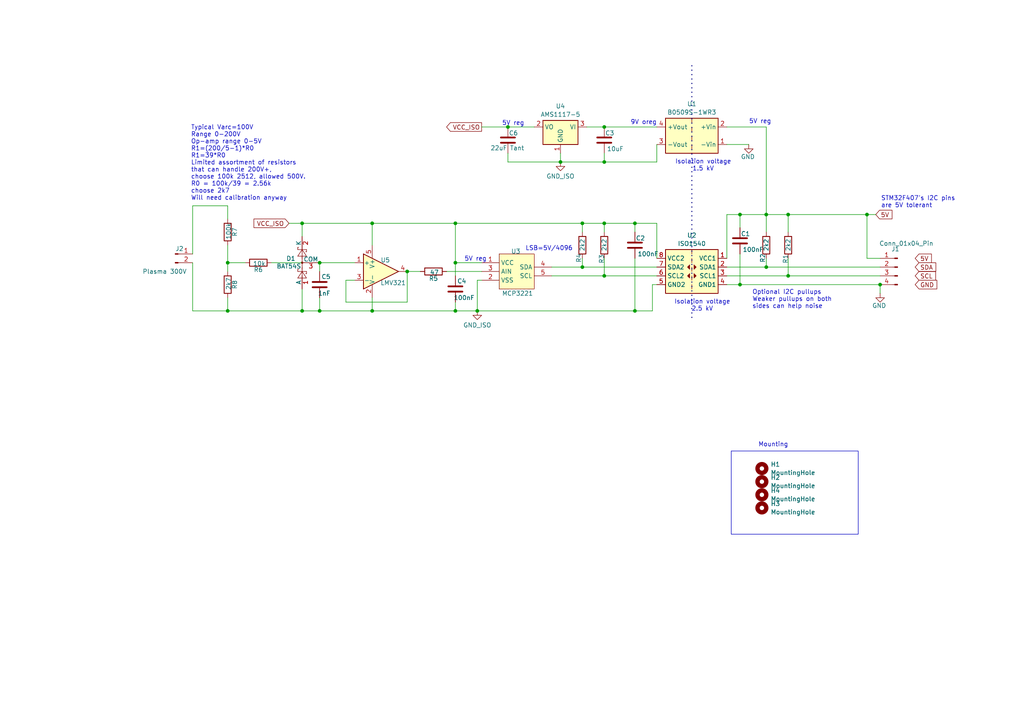
<source format=kicad_sch>
(kicad_sch
	(version 20231120)
	(generator "eeschema")
	(generator_version "8.0")
	(uuid "2f7c1153-70ce-434d-b080-3c6aade9d7b3")
	(paper "A4")
	(lib_symbols
		(symbol "Amplifier_Operational:LMV321"
			(pin_names
				(offset 0.127)
			)
			(exclude_from_sim no)
			(in_bom yes)
			(on_board yes)
			(property "Reference" "U"
				(at 0 5.08 0)
				(effects
					(font
						(size 1.27 1.27)
					)
					(justify left)
				)
			)
			(property "Value" "LMV321"
				(at 0 -5.08 0)
				(effects
					(font
						(size 1.27 1.27)
					)
					(justify left)
				)
			)
			(property "Footprint" ""
				(at 0 0 0)
				(effects
					(font
						(size 1.27 1.27)
					)
					(justify left)
					(hide yes)
				)
			)
			(property "Datasheet" "http://www.ti.com/lit/ds/symlink/lmv324.pdf"
				(at 0 0 0)
				(effects
					(font
						(size 1.27 1.27)
					)
					(hide yes)
				)
			)
			(property "Description" "Low-Voltage Rail-to-Rail Output Operational Amplifiers, SOT-23-5/SC-70-5"
				(at 0 0 0)
				(effects
					(font
						(size 1.27 1.27)
					)
					(hide yes)
				)
			)
			(property "ki_keywords" "single opamp"
				(at 0 0 0)
				(effects
					(font
						(size 1.27 1.27)
					)
					(hide yes)
				)
			)
			(property "ki_fp_filters" "SOT?23* *SC*70*"
				(at 0 0 0)
				(effects
					(font
						(size 1.27 1.27)
					)
					(hide yes)
				)
			)
			(symbol "LMV321_0_1"
				(polyline
					(pts
						(xy -5.08 5.08) (xy 5.08 0) (xy -5.08 -5.08) (xy -5.08 5.08)
					)
					(stroke
						(width 0.254)
						(type default)
					)
					(fill
						(type background)
					)
				)
				(pin power_in line
					(at -2.54 -7.62 90)
					(length 3.81)
					(name "V-"
						(effects
							(font
								(size 1.27 1.27)
							)
						)
					)
					(number "2"
						(effects
							(font
								(size 1.27 1.27)
							)
						)
					)
				)
				(pin power_in line
					(at -2.54 7.62 270)
					(length 3.81)
					(name "V+"
						(effects
							(font
								(size 1.27 1.27)
							)
						)
					)
					(number "5"
						(effects
							(font
								(size 1.27 1.27)
							)
						)
					)
				)
			)
			(symbol "LMV321_1_1"
				(pin input line
					(at -7.62 2.54 0)
					(length 2.54)
					(name "+"
						(effects
							(font
								(size 1.27 1.27)
							)
						)
					)
					(number "1"
						(effects
							(font
								(size 1.27 1.27)
							)
						)
					)
				)
				(pin input line
					(at -7.62 -2.54 0)
					(length 2.54)
					(name "-"
						(effects
							(font
								(size 1.27 1.27)
							)
						)
					)
					(number "3"
						(effects
							(font
								(size 1.27 1.27)
							)
						)
					)
				)
				(pin output line
					(at 7.62 0 180)
					(length 2.54)
					(name "~"
						(effects
							(font
								(size 1.27 1.27)
							)
						)
					)
					(number "4"
						(effects
							(font
								(size 1.27 1.27)
							)
						)
					)
				)
			)
		)
		(symbol "Connector:Conn_01x02_Pin"
			(pin_names
				(offset 1.016) hide)
			(exclude_from_sim no)
			(in_bom yes)
			(on_board yes)
			(property "Reference" "J"
				(at 0 2.54 0)
				(effects
					(font
						(size 1.27 1.27)
					)
				)
			)
			(property "Value" "Conn_01x02_Pin"
				(at 0 -5.08 0)
				(effects
					(font
						(size 1.27 1.27)
					)
				)
			)
			(property "Footprint" ""
				(at 0 0 0)
				(effects
					(font
						(size 1.27 1.27)
					)
					(hide yes)
				)
			)
			(property "Datasheet" "~"
				(at 0 0 0)
				(effects
					(font
						(size 1.27 1.27)
					)
					(hide yes)
				)
			)
			(property "Description" "Generic connector, single row, 01x02, script generated"
				(at 0 0 0)
				(effects
					(font
						(size 1.27 1.27)
					)
					(hide yes)
				)
			)
			(property "ki_locked" ""
				(at 0 0 0)
				(effects
					(font
						(size 1.27 1.27)
					)
				)
			)
			(property "ki_keywords" "connector"
				(at 0 0 0)
				(effects
					(font
						(size 1.27 1.27)
					)
					(hide yes)
				)
			)
			(property "ki_fp_filters" "Connector*:*_1x??_*"
				(at 0 0 0)
				(effects
					(font
						(size 1.27 1.27)
					)
					(hide yes)
				)
			)
			(symbol "Conn_01x02_Pin_1_1"
				(polyline
					(pts
						(xy 1.27 -2.54) (xy 0.8636 -2.54)
					)
					(stroke
						(width 0.1524)
						(type default)
					)
					(fill
						(type none)
					)
				)
				(polyline
					(pts
						(xy 1.27 0) (xy 0.8636 0)
					)
					(stroke
						(width 0.1524)
						(type default)
					)
					(fill
						(type none)
					)
				)
				(rectangle
					(start 0.8636 -2.413)
					(end 0 -2.667)
					(stroke
						(width 0.1524)
						(type default)
					)
					(fill
						(type outline)
					)
				)
				(rectangle
					(start 0.8636 0.127)
					(end 0 -0.127)
					(stroke
						(width 0.1524)
						(type default)
					)
					(fill
						(type outline)
					)
				)
				(pin passive line
					(at 5.08 0 180)
					(length 3.81)
					(name "Pin_1"
						(effects
							(font
								(size 1.27 1.27)
							)
						)
					)
					(number "1"
						(effects
							(font
								(size 1.27 1.27)
							)
						)
					)
				)
				(pin passive line
					(at 5.08 -2.54 180)
					(length 3.81)
					(name "Pin_2"
						(effects
							(font
								(size 1.27 1.27)
							)
						)
					)
					(number "2"
						(effects
							(font
								(size 1.27 1.27)
							)
						)
					)
				)
			)
		)
		(symbol "Connector:Conn_01x04_Pin"
			(pin_names
				(offset 1.016) hide)
			(exclude_from_sim no)
			(in_bom yes)
			(on_board yes)
			(property "Reference" "J"
				(at 0 5.08 0)
				(effects
					(font
						(size 1.27 1.27)
					)
				)
			)
			(property "Value" "Conn_01x04_Pin"
				(at 0 -7.62 0)
				(effects
					(font
						(size 1.27 1.27)
					)
				)
			)
			(property "Footprint" ""
				(at 0 0 0)
				(effects
					(font
						(size 1.27 1.27)
					)
					(hide yes)
				)
			)
			(property "Datasheet" "~"
				(at 0 0 0)
				(effects
					(font
						(size 1.27 1.27)
					)
					(hide yes)
				)
			)
			(property "Description" "Generic connector, single row, 01x04, script generated"
				(at 0 0 0)
				(effects
					(font
						(size 1.27 1.27)
					)
					(hide yes)
				)
			)
			(property "ki_locked" ""
				(at 0 0 0)
				(effects
					(font
						(size 1.27 1.27)
					)
				)
			)
			(property "ki_keywords" "connector"
				(at 0 0 0)
				(effects
					(font
						(size 1.27 1.27)
					)
					(hide yes)
				)
			)
			(property "ki_fp_filters" "Connector*:*_1x??_*"
				(at 0 0 0)
				(effects
					(font
						(size 1.27 1.27)
					)
					(hide yes)
				)
			)
			(symbol "Conn_01x04_Pin_1_1"
				(polyline
					(pts
						(xy 1.27 -5.08) (xy 0.8636 -5.08)
					)
					(stroke
						(width 0.1524)
						(type default)
					)
					(fill
						(type none)
					)
				)
				(polyline
					(pts
						(xy 1.27 -2.54) (xy 0.8636 -2.54)
					)
					(stroke
						(width 0.1524)
						(type default)
					)
					(fill
						(type none)
					)
				)
				(polyline
					(pts
						(xy 1.27 0) (xy 0.8636 0)
					)
					(stroke
						(width 0.1524)
						(type default)
					)
					(fill
						(type none)
					)
				)
				(polyline
					(pts
						(xy 1.27 2.54) (xy 0.8636 2.54)
					)
					(stroke
						(width 0.1524)
						(type default)
					)
					(fill
						(type none)
					)
				)
				(rectangle
					(start 0.8636 -4.953)
					(end 0 -5.207)
					(stroke
						(width 0.1524)
						(type default)
					)
					(fill
						(type outline)
					)
				)
				(rectangle
					(start 0.8636 -2.413)
					(end 0 -2.667)
					(stroke
						(width 0.1524)
						(type default)
					)
					(fill
						(type outline)
					)
				)
				(rectangle
					(start 0.8636 0.127)
					(end 0 -0.127)
					(stroke
						(width 0.1524)
						(type default)
					)
					(fill
						(type outline)
					)
				)
				(rectangle
					(start 0.8636 2.667)
					(end 0 2.413)
					(stroke
						(width 0.1524)
						(type default)
					)
					(fill
						(type outline)
					)
				)
				(pin passive line
					(at 5.08 2.54 180)
					(length 3.81)
					(name "Pin_1"
						(effects
							(font
								(size 1.27 1.27)
							)
						)
					)
					(number "1"
						(effects
							(font
								(size 1.27 1.27)
							)
						)
					)
				)
				(pin passive line
					(at 5.08 0 180)
					(length 3.81)
					(name "Pin_2"
						(effects
							(font
								(size 1.27 1.27)
							)
						)
					)
					(number "2"
						(effects
							(font
								(size 1.27 1.27)
							)
						)
					)
				)
				(pin passive line
					(at 5.08 -2.54 180)
					(length 3.81)
					(name "Pin_3"
						(effects
							(font
								(size 1.27 1.27)
							)
						)
					)
					(number "3"
						(effects
							(font
								(size 1.27 1.27)
							)
						)
					)
				)
				(pin passive line
					(at 5.08 -5.08 180)
					(length 3.81)
					(name "Pin_4"
						(effects
							(font
								(size 1.27 1.27)
							)
						)
					)
					(number "4"
						(effects
							(font
								(size 1.27 1.27)
							)
						)
					)
				)
			)
		)
		(symbol "Converter_DCDC:TEA1-0505"
			(exclude_from_sim no)
			(in_bom yes)
			(on_board yes)
			(property "Reference" "U"
				(at -7.62 6.35 0)
				(effects
					(font
						(size 1.27 1.27)
					)
					(justify left)
				)
			)
			(property "Value" "TEA1-0505"
				(at -2.54 6.35 0)
				(effects
					(font
						(size 1.27 1.27)
					)
					(justify left)
				)
			)
			(property "Footprint" "Converter_DCDC:Converter_DCDC_TRACO_TEA1-xxxx_THT"
				(at 0 -8.89 0)
				(effects
					(font
						(size 1.27 1.27)
					)
					(hide yes)
				)
			)
			(property "Datasheet" "https://www.tracopower.com/products/tea1.pdf"
				(at 0 -6.35 0)
				(effects
					(font
						(size 1.27 1.27)
					)
					(hide yes)
				)
			)
			(property "Description" "1W DC/DC converter unregulated, 4.5-5.5V input, 5V output voltage, 200mA output, 1.5kVDC isolation, SIP-4"
				(at 0 0 0)
				(effects
					(font
						(size 1.27 1.27)
					)
					(hide yes)
				)
			)
			(property "ki_keywords" "Traco isolated isolation dc-dc converter not-regulated non-regulated single 1W"
				(at 0 0 0)
				(effects
					(font
						(size 1.27 1.27)
					)
					(hide yes)
				)
			)
			(property "ki_fp_filters" "Converter*DCDC*TRACO*TEA1*THT*"
				(at 0 0 0)
				(effects
					(font
						(size 1.27 1.27)
					)
					(hide yes)
				)
			)
			(symbol "TEA1-0505_0_0"
				(pin power_in line
					(at -10.16 -2.54 0)
					(length 2.54)
					(name "-Vin"
						(effects
							(font
								(size 1.27 1.27)
							)
						)
					)
					(number "1"
						(effects
							(font
								(size 1.27 1.27)
							)
						)
					)
				)
				(pin power_in line
					(at -10.16 2.54 0)
					(length 2.54)
					(name "+Vin"
						(effects
							(font
								(size 1.27 1.27)
							)
						)
					)
					(number "2"
						(effects
							(font
								(size 1.27 1.27)
							)
						)
					)
				)
				(pin power_out line
					(at 10.16 -2.54 180)
					(length 2.54)
					(name "-Vout"
						(effects
							(font
								(size 1.27 1.27)
							)
						)
					)
					(number "3"
						(effects
							(font
								(size 1.27 1.27)
							)
						)
					)
				)
				(pin power_out line
					(at 10.16 2.54 180)
					(length 2.54)
					(name "+Vout"
						(effects
							(font
								(size 1.27 1.27)
							)
						)
					)
					(number "4"
						(effects
							(font
								(size 1.27 1.27)
							)
						)
					)
				)
			)
			(symbol "TEA1-0505_0_1"
				(rectangle
					(start -7.62 5.08)
					(end 7.62 -5.08)
					(stroke
						(width 0.254)
						(type default)
					)
					(fill
						(type background)
					)
				)
				(polyline
					(pts
						(xy 0 -2.54) (xy 0 -3.81)
					)
					(stroke
						(width 0)
						(type default)
					)
					(fill
						(type none)
					)
				)
				(polyline
					(pts
						(xy 0 0) (xy 0 -1.27)
					)
					(stroke
						(width 0)
						(type default)
					)
					(fill
						(type none)
					)
				)
				(polyline
					(pts
						(xy 0 2.54) (xy 0 1.27)
					)
					(stroke
						(width 0)
						(type default)
					)
					(fill
						(type none)
					)
				)
				(polyline
					(pts
						(xy 0 5.08) (xy 0 3.81)
					)
					(stroke
						(width 0)
						(type default)
					)
					(fill
						(type none)
					)
				)
			)
		)
		(symbol "Device:C"
			(pin_numbers hide)
			(pin_names
				(offset 0.254)
			)
			(exclude_from_sim no)
			(in_bom yes)
			(on_board yes)
			(property "Reference" "C"
				(at 0.635 2.54 0)
				(effects
					(font
						(size 1.27 1.27)
					)
					(justify left)
				)
			)
			(property "Value" "C"
				(at 0.635 -2.54 0)
				(effects
					(font
						(size 1.27 1.27)
					)
					(justify left)
				)
			)
			(property "Footprint" ""
				(at 0.9652 -3.81 0)
				(effects
					(font
						(size 1.27 1.27)
					)
					(hide yes)
				)
			)
			(property "Datasheet" "~"
				(at 0 0 0)
				(effects
					(font
						(size 1.27 1.27)
					)
					(hide yes)
				)
			)
			(property "Description" "Unpolarized capacitor"
				(at 0 0 0)
				(effects
					(font
						(size 1.27 1.27)
					)
					(hide yes)
				)
			)
			(property "ki_keywords" "cap capacitor"
				(at 0 0 0)
				(effects
					(font
						(size 1.27 1.27)
					)
					(hide yes)
				)
			)
			(property "ki_fp_filters" "C_*"
				(at 0 0 0)
				(effects
					(font
						(size 1.27 1.27)
					)
					(hide yes)
				)
			)
			(symbol "C_0_1"
				(polyline
					(pts
						(xy -2.032 -0.762) (xy 2.032 -0.762)
					)
					(stroke
						(width 0.508)
						(type default)
					)
					(fill
						(type none)
					)
				)
				(polyline
					(pts
						(xy -2.032 0.762) (xy 2.032 0.762)
					)
					(stroke
						(width 0.508)
						(type default)
					)
					(fill
						(type none)
					)
				)
			)
			(symbol "C_1_1"
				(pin passive line
					(at 0 3.81 270)
					(length 2.794)
					(name "~"
						(effects
							(font
								(size 1.27 1.27)
							)
						)
					)
					(number "1"
						(effects
							(font
								(size 1.27 1.27)
							)
						)
					)
				)
				(pin passive line
					(at 0 -3.81 90)
					(length 2.794)
					(name "~"
						(effects
							(font
								(size 1.27 1.27)
							)
						)
					)
					(number "2"
						(effects
							(font
								(size 1.27 1.27)
							)
						)
					)
				)
			)
		)
		(symbol "Device:R"
			(pin_numbers hide)
			(pin_names
				(offset 0)
			)
			(exclude_from_sim no)
			(in_bom yes)
			(on_board yes)
			(property "Reference" "R"
				(at 2.032 0 90)
				(effects
					(font
						(size 1.27 1.27)
					)
				)
			)
			(property "Value" "R"
				(at 0 0 90)
				(effects
					(font
						(size 1.27 1.27)
					)
				)
			)
			(property "Footprint" ""
				(at -1.778 0 90)
				(effects
					(font
						(size 1.27 1.27)
					)
					(hide yes)
				)
			)
			(property "Datasheet" "~"
				(at 0 0 0)
				(effects
					(font
						(size 1.27 1.27)
					)
					(hide yes)
				)
			)
			(property "Description" "Resistor"
				(at 0 0 0)
				(effects
					(font
						(size 1.27 1.27)
					)
					(hide yes)
				)
			)
			(property "ki_keywords" "R res resistor"
				(at 0 0 0)
				(effects
					(font
						(size 1.27 1.27)
					)
					(hide yes)
				)
			)
			(property "ki_fp_filters" "R_*"
				(at 0 0 0)
				(effects
					(font
						(size 1.27 1.27)
					)
					(hide yes)
				)
			)
			(symbol "R_0_1"
				(rectangle
					(start -1.016 -2.54)
					(end 1.016 2.54)
					(stroke
						(width 0.254)
						(type default)
					)
					(fill
						(type none)
					)
				)
			)
			(symbol "R_1_1"
				(pin passive line
					(at 0 3.81 270)
					(length 1.27)
					(name "~"
						(effects
							(font
								(size 1.27 1.27)
							)
						)
					)
					(number "1"
						(effects
							(font
								(size 1.27 1.27)
							)
						)
					)
				)
				(pin passive line
					(at 0 -3.81 90)
					(length 1.27)
					(name "~"
						(effects
							(font
								(size 1.27 1.27)
							)
						)
					)
					(number "2"
						(effects
							(font
								(size 1.27 1.27)
							)
						)
					)
				)
			)
		)
		(symbol "Diode:BAT54S"
			(pin_names
				(offset 0)
			)
			(exclude_from_sim no)
			(in_bom yes)
			(on_board yes)
			(property "Reference" "D"
				(at 2.54 -5.08 0)
				(effects
					(font
						(size 1.27 1.27)
					)
					(justify left)
				)
			)
			(property "Value" "BAT54S"
				(at -6.35 3.175 0)
				(effects
					(font
						(size 1.27 1.27)
					)
					(justify left)
				)
			)
			(property "Footprint" "Package_TO_SOT_SMD:SOT-23"
				(at 1.905 3.175 0)
				(effects
					(font
						(size 1.27 1.27)
					)
					(justify left)
					(hide yes)
				)
			)
			(property "Datasheet" "https://www.diodes.com/assets/Datasheets/ds11005.pdf"
				(at -3.048 0 0)
				(effects
					(font
						(size 1.27 1.27)
					)
					(hide yes)
				)
			)
			(property "Description" "Vr 30V, If 200mA, Dual schottky barrier diode, in series, SOT-323"
				(at 0 0 0)
				(effects
					(font
						(size 1.27 1.27)
					)
					(hide yes)
				)
			)
			(property "ki_keywords" "schottky diode"
				(at 0 0 0)
				(effects
					(font
						(size 1.27 1.27)
					)
					(hide yes)
				)
			)
			(property "ki_fp_filters" "SOT?23*"
				(at 0 0 0)
				(effects
					(font
						(size 1.27 1.27)
					)
					(hide yes)
				)
			)
			(symbol "BAT54S_0_1"
				(polyline
					(pts
						(xy -3.81 0) (xy -1.27 0)
					)
					(stroke
						(width 0)
						(type default)
					)
					(fill
						(type none)
					)
				)
				(polyline
					(pts
						(xy -3.175 -1.27) (xy -3.175 -1.016)
					)
					(stroke
						(width 0)
						(type default)
					)
					(fill
						(type none)
					)
				)
				(polyline
					(pts
						(xy -2.54 -1.27) (xy -3.175 -1.27)
					)
					(stroke
						(width 0)
						(type default)
					)
					(fill
						(type none)
					)
				)
				(polyline
					(pts
						(xy -2.54 -1.27) (xy -2.54 1.27)
					)
					(stroke
						(width 0)
						(type default)
					)
					(fill
						(type none)
					)
				)
				(polyline
					(pts
						(xy -2.54 1.27) (xy -1.905 1.27)
					)
					(stroke
						(width 0)
						(type default)
					)
					(fill
						(type none)
					)
				)
				(polyline
					(pts
						(xy -1.905 0) (xy 1.905 0)
					)
					(stroke
						(width 0)
						(type default)
					)
					(fill
						(type none)
					)
				)
				(polyline
					(pts
						(xy -1.905 1.27) (xy -1.905 1.016)
					)
					(stroke
						(width 0)
						(type default)
					)
					(fill
						(type none)
					)
				)
				(polyline
					(pts
						(xy 1.27 0) (xy 3.81 0)
					)
					(stroke
						(width 0)
						(type default)
					)
					(fill
						(type none)
					)
				)
				(polyline
					(pts
						(xy 3.175 -1.27) (xy 3.175 -1.016)
					)
					(stroke
						(width 0)
						(type default)
					)
					(fill
						(type none)
					)
				)
				(polyline
					(pts
						(xy 3.81 -1.27) (xy 3.175 -1.27)
					)
					(stroke
						(width 0)
						(type default)
					)
					(fill
						(type none)
					)
				)
				(polyline
					(pts
						(xy 3.81 -1.27) (xy 3.81 1.27)
					)
					(stroke
						(width 0)
						(type default)
					)
					(fill
						(type none)
					)
				)
				(polyline
					(pts
						(xy 3.81 1.27) (xy 4.445 1.27)
					)
					(stroke
						(width 0)
						(type default)
					)
					(fill
						(type none)
					)
				)
				(polyline
					(pts
						(xy 4.445 1.27) (xy 4.445 1.016)
					)
					(stroke
						(width 0)
						(type default)
					)
					(fill
						(type none)
					)
				)
				(polyline
					(pts
						(xy -4.445 1.27) (xy -4.445 -1.27) (xy -2.54 0) (xy -4.445 1.27)
					)
					(stroke
						(width 0)
						(type default)
					)
					(fill
						(type none)
					)
				)
				(polyline
					(pts
						(xy 1.905 1.27) (xy 1.905 -1.27) (xy 3.81 0) (xy 1.905 1.27)
					)
					(stroke
						(width 0)
						(type default)
					)
					(fill
						(type none)
					)
				)
				(circle
					(center 0 0)
					(radius 0.254)
					(stroke
						(width 0)
						(type default)
					)
					(fill
						(type outline)
					)
				)
			)
			(symbol "BAT54S_1_1"
				(pin passive line
					(at -7.62 0 0)
					(length 3.81)
					(name "A"
						(effects
							(font
								(size 1.27 1.27)
							)
						)
					)
					(number "1"
						(effects
							(font
								(size 1.27 1.27)
							)
						)
					)
				)
				(pin passive line
					(at 7.62 0 180)
					(length 3.81)
					(name "K"
						(effects
							(font
								(size 1.27 1.27)
							)
						)
					)
					(number "2"
						(effects
							(font
								(size 1.27 1.27)
							)
						)
					)
				)
				(pin passive line
					(at 0 -5.08 90)
					(length 5.08)
					(name "COM"
						(effects
							(font
								(size 1.27 1.27)
							)
						)
					)
					(number "3"
						(effects
							(font
								(size 1.27 1.27)
							)
						)
					)
				)
			)
		)
		(symbol "HakansLibrary:MCP3221"
			(exclude_from_sim no)
			(in_bom yes)
			(on_board yes)
			(property "Reference" "U"
				(at 0 0 0)
				(effects
					(font
						(size 1.27 1.27)
					)
				)
			)
			(property "Value" "MCP3221"
				(at 0.254 -6.096 0)
				(effects
					(font
						(size 1.27 1.27)
					)
				)
			)
			(property "Footprint" ""
				(at 0 0 0)
				(effects
					(font
						(size 1.27 1.27)
					)
					(hide yes)
				)
			)
			(property "Datasheet" ""
				(at 0 0 0)
				(effects
					(font
						(size 1.27 1.27)
					)
					(hide yes)
				)
			)
			(property "Description" ""
				(at 0 0 0)
				(effects
					(font
						(size 1.27 1.27)
					)
					(hide yes)
				)
			)
			(symbol "MCP3221_1_1"
				(rectangle
					(start -5.08 5.08)
					(end 5.08 -5.08)
					(stroke
						(width 0)
						(type default)
					)
					(fill
						(type background)
					)
				)
				(pin input line
					(at -10.16 2.54 0)
					(length 5.08)
					(name "VCC"
						(effects
							(font
								(size 1.27 1.27)
							)
						)
					)
					(number "1"
						(effects
							(font
								(size 1.27 1.27)
							)
						)
					)
				)
				(pin input line
					(at -10.16 -2.54 0)
					(length 5.08)
					(name "VSS"
						(effects
							(font
								(size 1.27 1.27)
							)
						)
					)
					(number "2"
						(effects
							(font
								(size 1.27 1.27)
							)
						)
					)
				)
				(pin input line
					(at -10.16 0 0)
					(length 5.08)
					(name "AIN"
						(effects
							(font
								(size 1.27 1.27)
							)
						)
					)
					(number "3"
						(effects
							(font
								(size 1.27 1.27)
							)
						)
					)
				)
				(pin bidirectional line
					(at 10.16 1.27 180)
					(length 5.08)
					(name "SDA"
						(effects
							(font
								(size 1.27 1.27)
							)
						)
					)
					(number "4"
						(effects
							(font
								(size 1.27 1.27)
							)
						)
					)
				)
				(pin input line
					(at 10.16 -1.27 180)
					(length 5.08)
					(name "SCL"
						(effects
							(font
								(size 1.27 1.27)
							)
						)
					)
					(number "5"
						(effects
							(font
								(size 1.27 1.27)
							)
						)
					)
				)
			)
		)
		(symbol "Isolator:ISO1540"
			(exclude_from_sim no)
			(in_bom yes)
			(on_board yes)
			(property "Reference" "U"
				(at -6.35 6.35 0)
				(effects
					(font
						(size 1.27 1.27)
					)
				)
			)
			(property "Value" "ISO1540"
				(at 3.81 6.35 0)
				(effects
					(font
						(size 1.27 1.27)
					)
				)
			)
			(property "Footprint" "Package_SO:SOIC-8_3.9x4.9mm_P1.27mm"
				(at 0 -8.89 0)
				(effects
					(font
						(size 1.27 1.27)
					)
					(hide yes)
				)
			)
			(property "Datasheet" "http://www.ti.com/lit/ds/symlink/iso1541.pdf"
				(at 0 1.27 0)
				(effects
					(font
						(size 1.27 1.27)
					)
					(hide yes)
				)
			)
			(property "Description" "I2C Isolator, 2.5 kVrms, Bidirectional clock and data, SOIC-8"
				(at 0 0 0)
				(effects
					(font
						(size 1.27 1.27)
					)
					(hide yes)
				)
			)
			(property "ki_keywords" "digital isolator i2c"
				(at 0 0 0)
				(effects
					(font
						(size 1.27 1.27)
					)
					(hide yes)
				)
			)
			(property "ki_fp_filters" "SOIC*3.9x4.9mm*P1.27mm*"
				(at 0 0 0)
				(effects
					(font
						(size 1.27 1.27)
					)
					(hide yes)
				)
			)
			(symbol "ISO1540_0_1"
				(rectangle
					(start -7.62 5.08)
					(end 7.62 -7.62)
					(stroke
						(width 0.254)
						(type default)
					)
					(fill
						(type background)
					)
				)
				(rectangle
					(start 0 -5.08)
					(end 0 -6.35)
					(stroke
						(width 0)
						(type default)
					)
					(fill
						(type none)
					)
				)
				(polyline
					(pts
						(xy 0 -2.54) (xy 0 -3.81)
					)
					(stroke
						(width 0)
						(type default)
					)
					(fill
						(type none)
					)
				)
				(polyline
					(pts
						(xy 0 0) (xy 0 -1.27)
					)
					(stroke
						(width 0)
						(type default)
					)
					(fill
						(type none)
					)
				)
				(polyline
					(pts
						(xy 0 2.54) (xy 0 1.27)
					)
					(stroke
						(width 0)
						(type default)
					)
					(fill
						(type none)
					)
				)
				(polyline
					(pts
						(xy 0 5.08) (xy 0 3.81)
					)
					(stroke
						(width 0)
						(type default)
					)
					(fill
						(type none)
					)
				)
				(polyline
					(pts
						(xy -0.635 0.635) (xy -1.27 0) (xy -0.635 -0.635) (xy -0.635 0.635)
					)
					(stroke
						(width 0)
						(type default)
					)
					(fill
						(type outline)
					)
				)
				(polyline
					(pts
						(xy 0.635 -1.905) (xy 1.27 -2.54) (xy 0.635 -3.175) (xy 0.635 -1.905)
					)
					(stroke
						(width 0)
						(type default)
					)
					(fill
						(type outline)
					)
				)
				(polyline
					(pts
						(xy 0.635 0.635) (xy 1.27 0) (xy 0.635 -0.635) (xy 0.635 0.635)
					)
					(stroke
						(width 0)
						(type default)
					)
					(fill
						(type outline)
					)
				)
			)
			(symbol "ISO1540_1_1"
				(polyline
					(pts
						(xy -0.635 -1.905) (xy -1.27 -2.54) (xy -0.635 -3.175) (xy -0.635 -1.905)
					)
					(stroke
						(width 0)
						(type default)
					)
					(fill
						(type outline)
					)
				)
				(pin power_in line
					(at -10.16 2.54 0)
					(length 2.54)
					(name "VCC1"
						(effects
							(font
								(size 1.27 1.27)
							)
						)
					)
					(number "1"
						(effects
							(font
								(size 1.27 1.27)
							)
						)
					)
				)
				(pin bidirectional line
					(at -10.16 0 0)
					(length 2.54)
					(name "SDA1"
						(effects
							(font
								(size 1.27 1.27)
							)
						)
					)
					(number "2"
						(effects
							(font
								(size 1.27 1.27)
							)
						)
					)
				)
				(pin bidirectional line
					(at -10.16 -2.54 0)
					(length 2.54)
					(name "SCL1"
						(effects
							(font
								(size 1.27 1.27)
							)
						)
					)
					(number "3"
						(effects
							(font
								(size 1.27 1.27)
							)
						)
					)
				)
				(pin power_in line
					(at -10.16 -5.08 0)
					(length 2.54)
					(name "GND1"
						(effects
							(font
								(size 1.27 1.27)
							)
						)
					)
					(number "4"
						(effects
							(font
								(size 1.27 1.27)
							)
						)
					)
				)
				(pin power_in line
					(at 10.16 -5.08 180)
					(length 2.54)
					(name "GND2"
						(effects
							(font
								(size 1.27 1.27)
							)
						)
					)
					(number "5"
						(effects
							(font
								(size 1.27 1.27)
							)
						)
					)
				)
				(pin bidirectional line
					(at 10.16 -2.54 180)
					(length 2.54)
					(name "SCL2"
						(effects
							(font
								(size 1.27 1.27)
							)
						)
					)
					(number "6"
						(effects
							(font
								(size 1.27 1.27)
							)
						)
					)
				)
				(pin bidirectional line
					(at 10.16 0 180)
					(length 2.54)
					(name "SDA2"
						(effects
							(font
								(size 1.27 1.27)
							)
						)
					)
					(number "7"
						(effects
							(font
								(size 1.27 1.27)
							)
						)
					)
				)
				(pin power_in line
					(at 10.16 2.54 180)
					(length 2.54)
					(name "VCC2"
						(effects
							(font
								(size 1.27 1.27)
							)
						)
					)
					(number "8"
						(effects
							(font
								(size 1.27 1.27)
							)
						)
					)
				)
			)
		)
		(symbol "Mechanical:MountingHole"
			(pin_names
				(offset 1.016)
			)
			(exclude_from_sim yes)
			(in_bom no)
			(on_board yes)
			(property "Reference" "H"
				(at 0 5.08 0)
				(effects
					(font
						(size 1.27 1.27)
					)
				)
			)
			(property "Value" "MountingHole"
				(at 0 3.175 0)
				(effects
					(font
						(size 1.27 1.27)
					)
				)
			)
			(property "Footprint" ""
				(at 0 0 0)
				(effects
					(font
						(size 1.27 1.27)
					)
					(hide yes)
				)
			)
			(property "Datasheet" "~"
				(at 0 0 0)
				(effects
					(font
						(size 1.27 1.27)
					)
					(hide yes)
				)
			)
			(property "Description" "Mounting Hole without connection"
				(at 0 0 0)
				(effects
					(font
						(size 1.27 1.27)
					)
					(hide yes)
				)
			)
			(property "ki_keywords" "mounting hole"
				(at 0 0 0)
				(effects
					(font
						(size 1.27 1.27)
					)
					(hide yes)
				)
			)
			(property "ki_fp_filters" "MountingHole*"
				(at 0 0 0)
				(effects
					(font
						(size 1.27 1.27)
					)
					(hide yes)
				)
			)
			(symbol "MountingHole_0_1"
				(circle
					(center 0 0)
					(radius 1.27)
					(stroke
						(width 1.27)
						(type default)
					)
					(fill
						(type none)
					)
				)
			)
		)
		(symbol "Regulator_Linear:AMS1117-3.3"
			(exclude_from_sim no)
			(in_bom yes)
			(on_board yes)
			(property "Reference" "U"
				(at -3.81 3.175 0)
				(effects
					(font
						(size 1.27 1.27)
					)
				)
			)
			(property "Value" "AMS1117-3.3"
				(at 0 3.175 0)
				(effects
					(font
						(size 1.27 1.27)
					)
					(justify left)
				)
			)
			(property "Footprint" "Package_TO_SOT_SMD:SOT-223-3_TabPin2"
				(at 0 5.08 0)
				(effects
					(font
						(size 1.27 1.27)
					)
					(hide yes)
				)
			)
			(property "Datasheet" "http://www.advanced-monolithic.com/pdf/ds1117.pdf"
				(at 2.54 -6.35 0)
				(effects
					(font
						(size 1.27 1.27)
					)
					(hide yes)
				)
			)
			(property "Description" "1A Low Dropout regulator, positive, 3.3V fixed output, SOT-223"
				(at 0 0 0)
				(effects
					(font
						(size 1.27 1.27)
					)
					(hide yes)
				)
			)
			(property "ki_keywords" "linear regulator ldo fixed positive"
				(at 0 0 0)
				(effects
					(font
						(size 1.27 1.27)
					)
					(hide yes)
				)
			)
			(property "ki_fp_filters" "SOT?223*TabPin2*"
				(at 0 0 0)
				(effects
					(font
						(size 1.27 1.27)
					)
					(hide yes)
				)
			)
			(symbol "AMS1117-3.3_0_1"
				(rectangle
					(start -5.08 -5.08)
					(end 5.08 1.905)
					(stroke
						(width 0.254)
						(type default)
					)
					(fill
						(type background)
					)
				)
			)
			(symbol "AMS1117-3.3_1_1"
				(pin power_in line
					(at 0 -7.62 90)
					(length 2.54)
					(name "GND"
						(effects
							(font
								(size 1.27 1.27)
							)
						)
					)
					(number "1"
						(effects
							(font
								(size 1.27 1.27)
							)
						)
					)
				)
				(pin power_out line
					(at 7.62 0 180)
					(length 2.54)
					(name "VO"
						(effects
							(font
								(size 1.27 1.27)
							)
						)
					)
					(number "2"
						(effects
							(font
								(size 1.27 1.27)
							)
						)
					)
				)
				(pin power_in line
					(at -7.62 0 0)
					(length 2.54)
					(name "VI"
						(effects
							(font
								(size 1.27 1.27)
							)
						)
					)
					(number "3"
						(effects
							(font
								(size 1.27 1.27)
							)
						)
					)
				)
			)
		)
		(symbol "power:GND"
			(power)
			(pin_numbers hide)
			(pin_names
				(offset 0) hide)
			(exclude_from_sim no)
			(in_bom yes)
			(on_board yes)
			(property "Reference" "#PWR"
				(at 0 -6.35 0)
				(effects
					(font
						(size 1.27 1.27)
					)
					(hide yes)
				)
			)
			(property "Value" "GND"
				(at 0 -3.81 0)
				(effects
					(font
						(size 1.27 1.27)
					)
				)
			)
			(property "Footprint" ""
				(at 0 0 0)
				(effects
					(font
						(size 1.27 1.27)
					)
					(hide yes)
				)
			)
			(property "Datasheet" ""
				(at 0 0 0)
				(effects
					(font
						(size 1.27 1.27)
					)
					(hide yes)
				)
			)
			(property "Description" "Power symbol creates a global label with name \"GND\" , ground"
				(at 0 0 0)
				(effects
					(font
						(size 1.27 1.27)
					)
					(hide yes)
				)
			)
			(property "ki_keywords" "global power"
				(at 0 0 0)
				(effects
					(font
						(size 1.27 1.27)
					)
					(hide yes)
				)
			)
			(symbol "GND_0_1"
				(polyline
					(pts
						(xy 0 0) (xy 0 -1.27) (xy 1.27 -1.27) (xy 0 -2.54) (xy -1.27 -1.27) (xy 0 -1.27)
					)
					(stroke
						(width 0)
						(type default)
					)
					(fill
						(type none)
					)
				)
			)
			(symbol "GND_1_1"
				(pin power_in line
					(at 0 0 270)
					(length 0)
					(name "~"
						(effects
							(font
								(size 1.27 1.27)
							)
						)
					)
					(number "1"
						(effects
							(font
								(size 1.27 1.27)
							)
						)
					)
				)
			)
		)
		(symbol "power:GND1"
			(power)
			(pin_numbers hide)
			(pin_names
				(offset 0) hide)
			(exclude_from_sim no)
			(in_bom yes)
			(on_board yes)
			(property "Reference" "#PWR"
				(at 0 -6.35 0)
				(effects
					(font
						(size 1.27 1.27)
					)
					(hide yes)
				)
			)
			(property "Value" "GND1"
				(at 0 -3.81 0)
				(effects
					(font
						(size 1.27 1.27)
					)
				)
			)
			(property "Footprint" ""
				(at 0 0 0)
				(effects
					(font
						(size 1.27 1.27)
					)
					(hide yes)
				)
			)
			(property "Datasheet" ""
				(at 0 0 0)
				(effects
					(font
						(size 1.27 1.27)
					)
					(hide yes)
				)
			)
			(property "Description" "Power symbol creates a global label with name \"GND1\" , ground"
				(at 0 0 0)
				(effects
					(font
						(size 1.27 1.27)
					)
					(hide yes)
				)
			)
			(property "ki_keywords" "global power"
				(at 0 0 0)
				(effects
					(font
						(size 1.27 1.27)
					)
					(hide yes)
				)
			)
			(symbol "GND1_0_1"
				(polyline
					(pts
						(xy 0 0) (xy 0 -1.27) (xy 1.27 -1.27) (xy 0 -2.54) (xy -1.27 -1.27) (xy 0 -1.27)
					)
					(stroke
						(width 0)
						(type default)
					)
					(fill
						(type none)
					)
				)
			)
			(symbol "GND1_1_1"
				(pin power_in line
					(at 0 0 270)
					(length 0)
					(name "~"
						(effects
							(font
								(size 1.27 1.27)
							)
						)
					)
					(number "1"
						(effects
							(font
								(size 1.27 1.27)
							)
						)
					)
				)
			)
		)
	)
	(junction
		(at 175.26 36.83)
		(diameter 0)
		(color 0 0 0 0)
		(uuid "04605b74-d893-413d-977b-45295784f62e")
	)
	(junction
		(at 175.26 46.99)
		(diameter 0)
		(color 0 0 0 0)
		(uuid "15b3247d-2f54-4572-9e75-28c11daee088")
	)
	(junction
		(at 138.43 90.17)
		(diameter 0)
		(color 0 0 0 0)
		(uuid "2a5dc2b2-c88d-41cb-baca-a15f06f06989")
	)
	(junction
		(at 92.71 90.17)
		(diameter 0)
		(color 0 0 0 0)
		(uuid "2be48ba4-f080-4b4d-977d-3cd8f74db1e7")
	)
	(junction
		(at 255.27 82.55)
		(diameter 0)
		(color 0 0 0 0)
		(uuid "2d20c1d8-3df6-45ff-ae82-bd6296bae15f")
	)
	(junction
		(at 228.6 80.01)
		(diameter 0)
		(color 0 0 0 0)
		(uuid "3cd964a1-8cb0-4839-9edf-cb6173da55fb")
	)
	(junction
		(at 92.71 76.2)
		(diameter 0)
		(color 0 0 0 0)
		(uuid "3f9b4f31-710c-49cd-9e10-bf52353c7f9c")
	)
	(junction
		(at 147.32 36.83)
		(diameter 0)
		(color 0 0 0 0)
		(uuid "407eddcb-930d-4c52-94b4-96f8b9a0896e")
	)
	(junction
		(at 184.15 90.17)
		(diameter 0)
		(color 0 0 0 0)
		(uuid "478de721-a729-492f-a034-60e62ecafa5b")
	)
	(junction
		(at 132.08 76.2)
		(diameter 0)
		(color 0 0 0 0)
		(uuid "5d865157-b536-414e-85ba-d55931a97768")
	)
	(junction
		(at 251.46 62.23)
		(diameter 0)
		(color 0 0 0 0)
		(uuid "6146eb5b-4eaf-46fe-9ccf-af1fb2894c71")
	)
	(junction
		(at 132.08 64.77)
		(diameter 0)
		(color 0 0 0 0)
		(uuid "64d32385-d896-4224-878f-0895fe5bef82")
	)
	(junction
		(at 228.6 62.23)
		(diameter 0)
		(color 0 0 0 0)
		(uuid "67fa200a-9a93-4a73-8028-e2ca69a459bb")
	)
	(junction
		(at 168.91 64.77)
		(diameter 0)
		(color 0 0 0 0)
		(uuid "6b13d4e1-e458-458c-b92e-5494a9ad5475")
	)
	(junction
		(at 132.08 90.17)
		(diameter 0)
		(color 0 0 0 0)
		(uuid "6bb5b76f-9e74-43a0-bcac-eb6673a6959b")
	)
	(junction
		(at 222.25 77.47)
		(diameter 0)
		(color 0 0 0 0)
		(uuid "81d4d80b-1124-4d85-906f-bd69011f1b77")
	)
	(junction
		(at 107.95 90.17)
		(diameter 0)
		(color 0 0 0 0)
		(uuid "871999c9-3542-4ed6-8dd4-09d6a9ef3287")
	)
	(junction
		(at 222.25 62.23)
		(diameter 0)
		(color 0 0 0 0)
		(uuid "9376b68a-6106-47f1-8d08-7af6479c8aa3")
	)
	(junction
		(at 214.63 82.55)
		(diameter 0)
		(color 0 0 0 0)
		(uuid "a392d238-016c-4fd2-8c9a-f3ea0888fc82")
	)
	(junction
		(at 87.63 90.17)
		(diameter 0)
		(color 0 0 0 0)
		(uuid "a55831b6-8b76-45d9-bc13-738bd2b8d10d")
	)
	(junction
		(at 175.26 64.77)
		(diameter 0)
		(color 0 0 0 0)
		(uuid "ab77a82e-4a3c-4cbe-9fde-27ceb6592ce7")
	)
	(junction
		(at 118.11 78.74)
		(diameter 0)
		(color 0 0 0 0)
		(uuid "ac6cfd0c-716a-4575-8d60-9751d50f0950")
	)
	(junction
		(at 175.26 80.01)
		(diameter 0)
		(color 0 0 0 0)
		(uuid "cc6f631d-4186-44e8-b807-06054766e0ff")
	)
	(junction
		(at 107.95 64.77)
		(diameter 0)
		(color 0 0 0 0)
		(uuid "ce1c7b79-cecf-49fe-bc77-d82f1357a293")
	)
	(junction
		(at 168.91 77.47)
		(diameter 0)
		(color 0 0 0 0)
		(uuid "db555c89-f8ee-45e7-9435-a98651416527")
	)
	(junction
		(at 214.63 62.23)
		(diameter 0)
		(color 0 0 0 0)
		(uuid "e23b9bb4-8ec6-44af-8578-dc1a4b7a9e28")
	)
	(junction
		(at 184.15 64.77)
		(diameter 0)
		(color 0 0 0 0)
		(uuid "e8f6982d-ac50-48e7-804f-6735d5b94613")
	)
	(junction
		(at 87.63 64.77)
		(diameter 0)
		(color 0 0 0 0)
		(uuid "eafe1a0e-528d-4903-8cff-f54568574e9f")
	)
	(junction
		(at 66.04 90.17)
		(diameter 0)
		(color 0 0 0 0)
		(uuid "ebc5ada9-939c-4560-b159-e838e6eaff05")
	)
	(junction
		(at 162.56 46.99)
		(diameter 0)
		(color 0 0 0 0)
		(uuid "f1f56f34-fe19-41f2-b10f-181e1ec234b6")
	)
	(junction
		(at 66.04 76.2)
		(diameter 0)
		(color 0 0 0 0)
		(uuid "fccf4d7e-0052-45db-98ff-219930806e68")
	)
	(wire
		(pts
			(xy 228.6 62.23) (xy 251.46 62.23)
		)
		(stroke
			(width 0)
			(type default)
		)
		(uuid "00bf0d46-f3f7-4fd6-b156-6383c917f0eb")
	)
	(wire
		(pts
			(xy 210.82 62.23) (xy 210.82 74.93)
		)
		(stroke
			(width 0)
			(type default)
		)
		(uuid "04a96b7f-5442-49e0-b5d2-0fae8bd07c6a")
	)
	(wire
		(pts
			(xy 55.88 59.69) (xy 55.88 73.66)
		)
		(stroke
			(width 0)
			(type default)
		)
		(uuid "04c7f815-b533-4b03-ad83-4e79ecc9cec1")
	)
	(wire
		(pts
			(xy 184.15 64.77) (xy 175.26 64.77)
		)
		(stroke
			(width 0)
			(type default)
		)
		(uuid "0718b523-238b-4f86-839a-9d6f36ef5aed")
	)
	(wire
		(pts
			(xy 222.25 62.23) (xy 228.6 62.23)
		)
		(stroke
			(width 0)
			(type default)
		)
		(uuid "09025718-cdf8-4b20-875f-c26848952154")
	)
	(wire
		(pts
			(xy 160.02 77.47) (xy 168.91 77.47)
		)
		(stroke
			(width 0)
			(type default)
		)
		(uuid "0ad8f9d8-6665-46d6-8bb4-dc8b4fded95f")
	)
	(wire
		(pts
			(xy 118.11 78.74) (xy 121.92 78.74)
		)
		(stroke
			(width 0)
			(type default)
		)
		(uuid "0bad3a7f-81b5-40b9-9992-9166b2f02d19")
	)
	(wire
		(pts
			(xy 214.63 62.23) (xy 222.25 62.23)
		)
		(stroke
			(width 0)
			(type default)
		)
		(uuid "0cf662b6-b112-4771-bae7-1b94c0e1e18c")
	)
	(wire
		(pts
			(xy 66.04 71.12) (xy 66.04 76.2)
		)
		(stroke
			(width 0)
			(type default)
		)
		(uuid "0d29298e-c05d-49de-a4b5-04bee0bbadde")
	)
	(wire
		(pts
			(xy 129.54 78.74) (xy 139.7 78.74)
		)
		(stroke
			(width 0)
			(type default)
		)
		(uuid "0d8fdc85-676d-4db3-a782-6fa85e9c036a")
	)
	(wire
		(pts
			(xy 92.71 76.2) (xy 92.71 78.74)
		)
		(stroke
			(width 0)
			(type default)
		)
		(uuid "0e6b9738-4e47-4c2f-9457-2be0cd0e49a8")
	)
	(wire
		(pts
			(xy 102.87 81.28) (xy 100.33 81.28)
		)
		(stroke
			(width 0)
			(type default)
		)
		(uuid "0fe41fb8-1ba8-4f66-b303-1e1e577d7db1")
	)
	(wire
		(pts
			(xy 138.43 81.28) (xy 139.7 81.28)
		)
		(stroke
			(width 0)
			(type default)
		)
		(uuid "1031fec9-9862-48bc-92e7-7d8c1498c431")
	)
	(wire
		(pts
			(xy 107.95 64.77) (xy 107.95 71.12)
		)
		(stroke
			(width 0)
			(type default)
		)
		(uuid "124e1ce0-48ce-49d8-af31-8fc44320842b")
	)
	(wire
		(pts
			(xy 87.63 64.77) (xy 87.63 68.58)
		)
		(stroke
			(width 0)
			(type default)
		)
		(uuid "1372f0e7-bd4a-49cf-8a61-69216aad9b61")
	)
	(wire
		(pts
			(xy 190.5 74.93) (xy 190.5 64.77)
		)
		(stroke
			(width 0)
			(type default)
		)
		(uuid "141f3430-85f8-4c9b-b1a8-ea20bba08a63")
	)
	(wire
		(pts
			(xy 175.26 80.01) (xy 190.5 80.01)
		)
		(stroke
			(width 0)
			(type default)
		)
		(uuid "15723503-8017-4785-a1ba-30ca3637f707")
	)
	(wire
		(pts
			(xy 87.63 64.77) (xy 107.95 64.77)
		)
		(stroke
			(width 0)
			(type default)
		)
		(uuid "16506198-2c0a-46cf-ba92-1f340b824e04")
	)
	(wire
		(pts
			(xy 138.43 90.17) (xy 138.43 81.28)
		)
		(stroke
			(width 0)
			(type default)
		)
		(uuid "1a804da2-ca1c-4dbd-861d-29de27802a2a")
	)
	(wire
		(pts
			(xy 170.18 36.83) (xy 175.26 36.83)
		)
		(stroke
			(width 0)
			(type default)
		)
		(uuid "1b048bfb-2553-42da-b88b-466255b05eb6")
	)
	(wire
		(pts
			(xy 210.82 82.55) (xy 214.63 82.55)
		)
		(stroke
			(width 0)
			(type default)
		)
		(uuid "1d76de51-f4ce-44b3-b57d-d82f4578ee87")
	)
	(wire
		(pts
			(xy 228.6 80.01) (xy 255.27 80.01)
		)
		(stroke
			(width 0)
			(type default)
		)
		(uuid "200c2660-9d66-4aa3-b57a-7b26e7fe3d10")
	)
	(wire
		(pts
			(xy 175.26 64.77) (xy 168.91 64.77)
		)
		(stroke
			(width 0)
			(type default)
		)
		(uuid "2241f008-de09-41c1-8c7a-d4c5763bb372")
	)
	(wire
		(pts
			(xy 228.6 74.93) (xy 228.6 80.01)
		)
		(stroke
			(width 0)
			(type default)
		)
		(uuid "2318ac23-8171-4338-b8da-ca125c15121d")
	)
	(wire
		(pts
			(xy 222.25 77.47) (xy 255.27 77.47)
		)
		(stroke
			(width 0)
			(type default)
		)
		(uuid "238d4306-02a5-4edb-859d-9c8fd465dd04")
	)
	(wire
		(pts
			(xy 78.74 76.2) (xy 92.71 76.2)
		)
		(stroke
			(width 0)
			(type default)
		)
		(uuid "2450ddad-9396-4bd4-8e1b-29122562e70c")
	)
	(wire
		(pts
			(xy 175.26 74.93) (xy 175.26 80.01)
		)
		(stroke
			(width 0)
			(type default)
		)
		(uuid "291e8213-91a5-4eb4-8182-bd0dbf9155f0")
	)
	(wire
		(pts
			(xy 214.63 73.66) (xy 214.63 82.55)
		)
		(stroke
			(width 0)
			(type default)
		)
		(uuid "2aa7fe18-28e3-4f95-a6f3-3e568537a7c8")
	)
	(wire
		(pts
			(xy 210.82 77.47) (xy 222.25 77.47)
		)
		(stroke
			(width 0)
			(type default)
		)
		(uuid "2acfa6a0-5e20-4a61-bb9d-d5c97bd108b6")
	)
	(wire
		(pts
			(xy 100.33 87.63) (xy 118.11 87.63)
		)
		(stroke
			(width 0)
			(type default)
		)
		(uuid "2be24a43-a939-4d42-8bc4-8d47140eb6be")
	)
	(wire
		(pts
			(xy 118.11 87.63) (xy 118.11 78.74)
		)
		(stroke
			(width 0)
			(type default)
		)
		(uuid "30a141bd-ef5b-44b5-b7f9-cad5b290058c")
	)
	(wire
		(pts
			(xy 100.33 81.28) (xy 100.33 87.63)
		)
		(stroke
			(width 0)
			(type default)
		)
		(uuid "310939df-f33f-4a50-a1f9-2782fc65b793")
	)
	(wire
		(pts
			(xy 132.08 76.2) (xy 132.08 80.01)
		)
		(stroke
			(width 0)
			(type default)
		)
		(uuid "38739a94-0e9d-4f59-b313-6e983cb3767f")
	)
	(wire
		(pts
			(xy 147.32 36.83) (xy 154.94 36.83)
		)
		(stroke
			(width 0)
			(type default)
		)
		(uuid "3a33b688-a321-4cce-81b9-08b18bd99b5f")
	)
	(wire
		(pts
			(xy 184.15 90.17) (xy 138.43 90.17)
		)
		(stroke
			(width 0)
			(type default)
		)
		(uuid "3aa71ef1-6c01-425a-906b-3b9a8691de4b")
	)
	(wire
		(pts
			(xy 184.15 64.77) (xy 184.15 67.31)
		)
		(stroke
			(width 0)
			(type default)
		)
		(uuid "40bd774c-af3f-4198-aff0-c853fed1eeae")
	)
	(bus
		(pts
			(xy 200.66 19.05) (xy 200.66 92.71)
		)
		(stroke
			(width 0)
			(type dot)
		)
		(uuid "44ddcc29-0be9-4644-9f3b-67ffb146b30a")
	)
	(wire
		(pts
			(xy 132.08 64.77) (xy 168.91 64.77)
		)
		(stroke
			(width 0)
			(type default)
		)
		(uuid "4a13c183-0052-4698-86d3-ca6589e80b75")
	)
	(wire
		(pts
			(xy 214.63 82.55) (xy 255.27 82.55)
		)
		(stroke
			(width 0)
			(type default)
		)
		(uuid "4bf40b62-ab9d-45e2-b45f-4235c2daf038")
	)
	(wire
		(pts
			(xy 189.23 90.17) (xy 184.15 90.17)
		)
		(stroke
			(width 0)
			(type default)
		)
		(uuid "57a7f881-f1df-42de-bcec-41ba25ee26ec")
	)
	(wire
		(pts
			(xy 66.04 63.5) (xy 66.04 59.69)
		)
		(stroke
			(width 0)
			(type default)
		)
		(uuid "589c977e-58fc-410f-806e-6b70a5771310")
	)
	(wire
		(pts
			(xy 66.04 86.36) (xy 66.04 90.17)
		)
		(stroke
			(width 0)
			(type default)
		)
		(uuid "59b5f737-ed8e-4f82-825f-abd5237f52e3")
	)
	(wire
		(pts
			(xy 222.25 74.93) (xy 222.25 77.47)
		)
		(stroke
			(width 0)
			(type default)
		)
		(uuid "62c715c0-4509-4327-848e-32b372cfc69f")
	)
	(wire
		(pts
			(xy 83.82 64.77) (xy 87.63 64.77)
		)
		(stroke
			(width 0)
			(type default)
		)
		(uuid "67b79817-d1da-4d67-8e7f-743d47cc2d81")
	)
	(wire
		(pts
			(xy 222.25 62.23) (xy 222.25 67.31)
		)
		(stroke
			(width 0)
			(type default)
		)
		(uuid "69a95c70-b3d6-45fa-8b88-56752205a976")
	)
	(wire
		(pts
			(xy 175.26 64.77) (xy 175.26 67.31)
		)
		(stroke
			(width 0)
			(type default)
		)
		(uuid "6c591d3d-58e5-4f48-b17d-7d7918520110")
	)
	(wire
		(pts
			(xy 66.04 78.74) (xy 66.04 76.2)
		)
		(stroke
			(width 0)
			(type default)
		)
		(uuid "7337ca15-d7d1-4898-b2a7-6916e1b9f721")
	)
	(wire
		(pts
			(xy 139.7 36.83) (xy 147.32 36.83)
		)
		(stroke
			(width 0)
			(type default)
		)
		(uuid "75474e26-c620-4772-b953-5064337d4031")
	)
	(wire
		(pts
			(xy 210.82 36.83) (xy 222.25 36.83)
		)
		(stroke
			(width 0)
			(type default)
		)
		(uuid "75a5b8ae-465f-4346-aa82-63a5fa50062d")
	)
	(wire
		(pts
			(xy 168.91 77.47) (xy 190.5 77.47)
		)
		(stroke
			(width 0)
			(type default)
		)
		(uuid "77113c7b-dfed-4fc8-8770-313dfd6223ed")
	)
	(wire
		(pts
			(xy 190.5 64.77) (xy 184.15 64.77)
		)
		(stroke
			(width 0)
			(type default)
		)
		(uuid "78163b8a-cb00-41ed-8225-8b97ac258998")
	)
	(wire
		(pts
			(xy 139.7 76.2) (xy 132.08 76.2)
		)
		(stroke
			(width 0)
			(type default)
		)
		(uuid "83e07234-6f1b-4793-9ebb-08b49dc4759c")
	)
	(wire
		(pts
			(xy 214.63 62.23) (xy 214.63 66.04)
		)
		(stroke
			(width 0)
			(type default)
		)
		(uuid "87756b85-41ea-448f-ada9-31547d4a4eec")
	)
	(wire
		(pts
			(xy 168.91 74.93) (xy 168.91 77.47)
		)
		(stroke
			(width 0)
			(type default)
		)
		(uuid "8d9f5bea-25c0-4ff5-a9d1-1f1b8390173c")
	)
	(wire
		(pts
			(xy 147.32 44.45) (xy 147.32 46.99)
		)
		(stroke
			(width 0)
			(type default)
		)
		(uuid "8e4aeada-b70a-4184-9287-7c0bdabe3fac")
	)
	(wire
		(pts
			(xy 92.71 76.2) (xy 102.87 76.2)
		)
		(stroke
			(width 0)
			(type default)
		)
		(uuid "9fe06108-949e-4539-b372-73a7b7670889")
	)
	(wire
		(pts
			(xy 87.63 90.17) (xy 92.71 90.17)
		)
		(stroke
			(width 0)
			(type default)
		)
		(uuid "a22ad583-5e11-42b2-8008-40b5493f1d5d")
	)
	(wire
		(pts
			(xy 160.02 80.01) (xy 175.26 80.01)
		)
		(stroke
			(width 0)
			(type default)
		)
		(uuid "a293ed7c-e483-49c3-8542-c7a9df3b1f2c")
	)
	(wire
		(pts
			(xy 107.95 90.17) (xy 132.08 90.17)
		)
		(stroke
			(width 0)
			(type default)
		)
		(uuid "a5cff2f3-32a5-484b-aa42-37b32a1c9377")
	)
	(wire
		(pts
			(xy 175.26 44.45) (xy 175.26 46.99)
		)
		(stroke
			(width 0)
			(type default)
		)
		(uuid "a7d128dd-19cc-4a7e-b81a-dee9367fa8e9")
	)
	(wire
		(pts
			(xy 254 62.23) (xy 251.46 62.23)
		)
		(stroke
			(width 0)
			(type default)
		)
		(uuid "ad6cb1aa-241a-41d8-a92a-03a8eab4caf6")
	)
	(wire
		(pts
			(xy 66.04 76.2) (xy 71.12 76.2)
		)
		(stroke
			(width 0)
			(type default)
		)
		(uuid "aee6edcf-20c1-42b7-82c8-7696457a073a")
	)
	(wire
		(pts
			(xy 190.5 82.55) (xy 189.23 82.55)
		)
		(stroke
			(width 0)
			(type default)
		)
		(uuid "b2b20f0a-5e77-427e-9c2c-6aea5bf14e8d")
	)
	(wire
		(pts
			(xy 190.5 46.99) (xy 175.26 46.99)
		)
		(stroke
			(width 0)
			(type default)
		)
		(uuid "b3018633-0bd5-48db-9966-f35fc0734264")
	)
	(wire
		(pts
			(xy 210.82 41.91) (xy 217.17 41.91)
		)
		(stroke
			(width 0)
			(type default)
		)
		(uuid "b4e85dce-0a8a-4beb-8d33-baff46ced852")
	)
	(wire
		(pts
			(xy 132.08 87.63) (xy 132.08 90.17)
		)
		(stroke
			(width 0)
			(type default)
		)
		(uuid "b5d3cdbf-5a3b-432b-8d8e-300cdcf1a5f0")
	)
	(wire
		(pts
			(xy 184.15 74.93) (xy 184.15 90.17)
		)
		(stroke
			(width 0)
			(type default)
		)
		(uuid "b731768f-a821-4220-afd5-18d189895b54")
	)
	(wire
		(pts
			(xy 251.46 62.23) (xy 251.46 74.93)
		)
		(stroke
			(width 0)
			(type default)
		)
		(uuid "bb151a40-58d3-4ef6-b808-5691ef6978c8")
	)
	(wire
		(pts
			(xy 92.71 90.17) (xy 107.95 90.17)
		)
		(stroke
			(width 0)
			(type default)
		)
		(uuid "bc3329b3-46cd-4795-8711-7506e83245d0")
	)
	(wire
		(pts
			(xy 92.71 86.36) (xy 92.71 90.17)
		)
		(stroke
			(width 0)
			(type default)
		)
		(uuid "bdbfc6d5-02e5-46d7-b2c9-e271549160a5")
	)
	(wire
		(pts
			(xy 175.26 46.99) (xy 162.56 46.99)
		)
		(stroke
			(width 0)
			(type default)
		)
		(uuid "bfdbd828-5484-4d7b-a78f-f3b8d6720fb6")
	)
	(wire
		(pts
			(xy 222.25 36.83) (xy 222.25 62.23)
		)
		(stroke
			(width 0)
			(type default)
		)
		(uuid "c2c12216-dc77-4f00-bd89-696b18043c76")
	)
	(wire
		(pts
			(xy 190.5 41.91) (xy 190.5 46.99)
		)
		(stroke
			(width 0)
			(type default)
		)
		(uuid "c327c239-87ad-4559-9c48-87a204fcf799")
	)
	(wire
		(pts
			(xy 189.23 82.55) (xy 189.23 90.17)
		)
		(stroke
			(width 0)
			(type default)
		)
		(uuid "c5ffefb7-19c5-4a5e-89c7-b68fe2801aa0")
	)
	(wire
		(pts
			(xy 210.82 80.01) (xy 228.6 80.01)
		)
		(stroke
			(width 0)
			(type default)
		)
		(uuid "c8a5174b-8b3e-484d-836a-61f646df7b18")
	)
	(wire
		(pts
			(xy 132.08 64.77) (xy 132.08 76.2)
		)
		(stroke
			(width 0)
			(type default)
		)
		(uuid "ce502e81-b136-4cfc-86ea-2bed70484273")
	)
	(wire
		(pts
			(xy 107.95 86.36) (xy 107.95 90.17)
		)
		(stroke
			(width 0)
			(type default)
		)
		(uuid "d7a45c8f-a66d-4e23-9a36-f70803bff1a4")
	)
	(wire
		(pts
			(xy 66.04 59.69) (xy 55.88 59.69)
		)
		(stroke
			(width 0)
			(type default)
		)
		(uuid "de61667a-4e33-4506-b301-b7ddb36a1e85")
	)
	(wire
		(pts
			(xy 255.27 85.09) (xy 255.27 82.55)
		)
		(stroke
			(width 0)
			(type default)
		)
		(uuid "e1585f52-4c1a-4457-80ee-231d99fc06be")
	)
	(wire
		(pts
			(xy 175.26 36.83) (xy 190.5 36.83)
		)
		(stroke
			(width 0)
			(type default)
		)
		(uuid "e3e140d6-6a11-4469-8676-b76174d2a2c9")
	)
	(wire
		(pts
			(xy 228.6 62.23) (xy 228.6 67.31)
		)
		(stroke
			(width 0)
			(type default)
		)
		(uuid "e45d032e-ead6-406b-bb66-b2cc87bf4042")
	)
	(wire
		(pts
			(xy 107.95 64.77) (xy 132.08 64.77)
		)
		(stroke
			(width 0)
			(type default)
		)
		(uuid "e5c4487b-710f-4b70-b2de-03e20567b0db")
	)
	(wire
		(pts
			(xy 66.04 90.17) (xy 87.63 90.17)
		)
		(stroke
			(width 0)
			(type default)
		)
		(uuid "e78ad1d9-3eef-494c-ae16-793f13f912a1")
	)
	(wire
		(pts
			(xy 210.82 62.23) (xy 214.63 62.23)
		)
		(stroke
			(width 0)
			(type default)
		)
		(uuid "e9007d8e-9b81-4df2-8a32-3fab4a8b013c")
	)
	(wire
		(pts
			(xy 162.56 46.99) (xy 162.56 44.45)
		)
		(stroke
			(width 0)
			(type default)
		)
		(uuid "ed143321-7248-4839-b83b-85f00b19be66")
	)
	(wire
		(pts
			(xy 87.63 83.82) (xy 87.63 90.17)
		)
		(stroke
			(width 0)
			(type default)
		)
		(uuid "f023824a-d156-452d-ab29-d8000bfbb171")
	)
	(wire
		(pts
			(xy 55.88 76.2) (xy 55.88 90.17)
		)
		(stroke
			(width 0)
			(type default)
		)
		(uuid "f06e791e-af9f-47dc-97f9-b8e44d82a5ef")
	)
	(wire
		(pts
			(xy 168.91 64.77) (xy 168.91 67.31)
		)
		(stroke
			(width 0)
			(type default)
		)
		(uuid "f11a2d5c-6cf5-4152-a49d-8ebbcd16ac9c")
	)
	(wire
		(pts
			(xy 147.32 46.99) (xy 162.56 46.99)
		)
		(stroke
			(width 0)
			(type default)
		)
		(uuid "f1d98b76-d297-4d63-918a-342f48a0c17f")
	)
	(wire
		(pts
			(xy 132.08 90.17) (xy 138.43 90.17)
		)
		(stroke
			(width 0)
			(type default)
		)
		(uuid "f65d4aa7-3a5b-4ff2-8a6a-21c45c96e38c")
	)
	(wire
		(pts
			(xy 55.88 90.17) (xy 66.04 90.17)
		)
		(stroke
			(width 0)
			(type default)
		)
		(uuid "f775de03-3ecc-4335-b5c8-3c26171bc8a9")
	)
	(wire
		(pts
			(xy 251.46 74.93) (xy 255.27 74.93)
		)
		(stroke
			(width 0)
			(type default)
		)
		(uuid "fb228ed4-b314-4529-956d-cbad3f45362a")
	)
	(rectangle
		(start 212.09 130.81)
		(end 248.92 154.94)
		(stroke
			(width 0)
			(type default)
		)
		(fill
			(type none)
		)
		(uuid a9d0f8c2-7075-4e26-83e8-15065199ba8a)
	)
	(text "Mounting"
		(exclude_from_sim no)
		(at 224.282 129.032 0)
		(effects
			(font
				(size 1.27 1.27)
			)
		)
		(uuid "27e903f8-2cda-408a-b35c-af8280e3ce25")
	)
	(text "5V reg"
		(exclude_from_sim no)
		(at 220.472 35.306 0)
		(effects
			(font
				(size 1.27 1.27)
			)
		)
		(uuid "2aa1d0e2-4380-49bd-9a18-a922465fda4d")
	)
	(text "Isolation voltage\n2.5 kV"
		(exclude_from_sim no)
		(at 203.708 88.646 0)
		(effects
			(font
				(size 1.27 1.27)
			)
		)
		(uuid "3e1258dc-6494-437d-ae60-8c94507a214b")
	)
	(text "5V reg"
		(exclude_from_sim no)
		(at 137.922 75.184 0)
		(effects
			(font
				(size 1.27 1.27)
			)
		)
		(uuid "43850d09-f04b-413e-bfce-8a67da266b05")
	)
	(text "STM32F407's I2C pins\nare 5V tolerant"
		(exclude_from_sim no)
		(at 255.524 56.896 0)
		(effects
			(font
				(size 1.27 1.27)
			)
			(justify left top)
		)
		(uuid "62a2efc3-374f-4b51-9a93-c953521d8ed6")
	)
	(text "9V oreg"
		(exclude_from_sim no)
		(at 186.69 35.56 0)
		(effects
			(font
				(size 1.27 1.27)
			)
		)
		(uuid "68b879cd-2d22-4920-8107-66cb1715df90")
	)
	(text "LSB=5V/4096"
		(exclude_from_sim no)
		(at 159.258 72.136 0)
		(effects
			(font
				(size 1.27 1.27)
			)
		)
		(uuid "7162745f-75d5-42a1-aa5e-b9ed33b3e618")
	)
	(text "Optional I2C pullups\nWeaker pullups on both\nsides can help noise"
		(exclude_from_sim no)
		(at 218.186 86.868 0)
		(effects
			(font
				(size 1.27 1.27)
			)
			(justify left)
		)
		(uuid "9e997127-74c7-414a-a095-3f06e9b4126f")
	)
	(text "Isolation voltage\n1.5 kV"
		(exclude_from_sim no)
		(at 203.962 48.006 0)
		(effects
			(font
				(size 1.27 1.27)
			)
		)
		(uuid "afe04660-4483-408e-a1a3-1e64c4fed515")
	)
	(text "5V reg"
		(exclude_from_sim no)
		(at 148.844 35.814 0)
		(effects
			(font
				(size 1.27 1.27)
			)
		)
		(uuid "df56f7ac-826c-40a4-abc7-ebd3b2b28cb4")
	)
	(text "Typical Varc=100V\nRange 0-200V\nOp-amp range 0-5V\nR1=(200/5-1)*R0\nR1=39*R0\nLimited assortment of resistors \nthat can handle 200V+,\nchoose 100k 2512, allowed 500V.\nR0 = 100k/39 = 2.56k\nchoose 2k7\nWill need calibration anyway"
		(exclude_from_sim no)
		(at 55.372 36.322 0)
		(effects
			(font
				(size 1.27 1.27)
			)
			(justify left top)
		)
		(uuid "ea58bc70-4f6e-4531-a3dc-85a4585c9265")
	)
	(global_label "GND"
		(shape input)
		(at 265.43 82.55 0)
		(fields_autoplaced yes)
		(effects
			(font
				(size 1.27 1.27)
			)
			(justify left)
		)
		(uuid "18b0985f-161a-403c-adab-8c8e64f6476b")
		(property "Intersheetrefs" "${INTERSHEET_REFS}"
			(at 272.2857 82.55 0)
			(effects
				(font
					(size 1.27 1.27)
				)
				(justify left)
				(hide yes)
			)
		)
	)
	(global_label "SCL"
		(shape input)
		(at 265.43 80.01 0)
		(fields_autoplaced yes)
		(effects
			(font
				(size 1.27 1.27)
			)
			(justify left)
		)
		(uuid "30a9a305-2e92-462e-987a-003aaab78e80")
		(property "Intersheetrefs" "${INTERSHEET_REFS}"
			(at 271.9228 80.01 0)
			(effects
				(font
					(size 1.27 1.27)
				)
				(justify left)
				(hide yes)
			)
		)
	)
	(global_label "SDA"
		(shape input)
		(at 265.43 77.47 0)
		(fields_autoplaced yes)
		(effects
			(font
				(size 1.27 1.27)
			)
			(justify left)
		)
		(uuid "4d0589a6-36fb-4f9c-afd7-e9bdcbdb8534")
		(property "Intersheetrefs" "${INTERSHEET_REFS}"
			(at 271.9833 77.47 0)
			(effects
				(font
					(size 1.27 1.27)
				)
				(justify left)
				(hide yes)
			)
		)
	)
	(global_label "5V"
		(shape input)
		(at 254 62.23 0)
		(fields_autoplaced yes)
		(effects
			(font
				(size 1.27 1.27)
			)
			(justify left)
		)
		(uuid "997d89e5-22a5-47b1-9786-7f3624f1c31b")
		(property "Intersheetrefs" "${INTERSHEET_REFS}"
			(at 259.2833 62.23 0)
			(effects
				(font
					(size 1.27 1.27)
				)
				(justify left)
				(hide yes)
			)
		)
	)
	(global_label "VCC_ISO"
		(shape output)
		(at 139.7 36.83 180)
		(fields_autoplaced yes)
		(effects
			(font
				(size 1.27 1.27)
			)
			(justify right)
		)
		(uuid "e151551c-6d9c-47d7-81f7-a5b1f5744481")
		(property "Intersheetrefs" "${INTERSHEET_REFS}"
			(at 128.9738 36.83 0)
			(effects
				(font
					(size 1.27 1.27)
				)
				(justify right)
				(hide yes)
			)
		)
	)
	(global_label "VCC_ISO"
		(shape input)
		(at 83.82 64.77 180)
		(fields_autoplaced yes)
		(effects
			(font
				(size 1.27 1.27)
			)
			(justify right)
		)
		(uuid "f757ffc5-e0e8-4c04-939d-3053bc94e9a7")
		(property "Intersheetrefs" "${INTERSHEET_REFS}"
			(at 73.0938 64.77 0)
			(effects
				(font
					(size 1.27 1.27)
				)
				(justify right)
				(hide yes)
			)
		)
	)
	(global_label "5V"
		(shape input)
		(at 265.43 74.93 0)
		(fields_autoplaced yes)
		(effects
			(font
				(size 1.27 1.27)
			)
			(justify left)
		)
		(uuid "fb8e2564-58d2-4a23-856e-e2a7ebf9cf27")
		(property "Intersheetrefs" "${INTERSHEET_REFS}"
			(at 270.7133 74.93 0)
			(effects
				(font
					(size 1.27 1.27)
				)
				(justify left)
				(hide yes)
			)
		)
	)
	(symbol
		(lib_id "Device:R")
		(at 66.04 82.55 0)
		(unit 1)
		(exclude_from_sim no)
		(in_bom yes)
		(on_board yes)
		(dnp no)
		(uuid "02ac516c-d6bb-4e4f-be87-e81f0fe6e116")
		(property "Reference" "R8"
			(at 68.072 82.55 90)
			(effects
				(font
					(size 1.27 1.27)
				)
			)
		)
		(property "Value" "2k7"
			(at 66.294 82.296 90)
			(effects
				(font
					(size 1.27 1.27)
				)
			)
		)
		(property "Footprint" "Resistor_SMD:R_0805_2012Metric"
			(at 64.262 82.55 90)
			(effects
				(font
					(size 1.27 1.27)
				)
				(hide yes)
			)
		)
		(property "Datasheet" "~"
			(at 66.04 82.55 0)
			(effects
				(font
					(size 1.27 1.27)
				)
				(hide yes)
			)
		)
		(property "Description" "Resistor"
			(at 66.04 82.55 0)
			(effects
				(font
					(size 1.27 1.27)
				)
				(hide yes)
			)
		)
		(pin "2"
			(uuid "154d9bd4-a2d1-48fe-b774-57a36e5a6235")
		)
		(pin "1"
			(uuid "1665b895-39f6-474a-a659-6b79767cd61c")
		)
		(instances
			(project "THCIC"
				(path "/2f7c1153-70ce-434d-b080-3c6aade9d7b3"
					(reference "R8")
					(unit 1)
				)
			)
		)
	)
	(symbol
		(lib_id "Device:R")
		(at 175.26 71.12 0)
		(unit 1)
		(exclude_from_sim no)
		(in_bom yes)
		(on_board yes)
		(dnp no)
		(uuid "057ff8c6-456a-484e-88ad-2b99ea31d376")
		(property "Reference" "R3"
			(at 174.498 76.454 90)
			(effects
				(font
					(size 1.27 1.27)
				)
				(justify left)
			)
		)
		(property "Value" "2k2"
			(at 175.26 72.898 90)
			(effects
				(font
					(size 1.27 1.27)
				)
				(justify left)
			)
		)
		(property "Footprint" "Resistor_SMD:R_0805_2012Metric"
			(at 173.482 71.12 90)
			(effects
				(font
					(size 1.27 1.27)
				)
				(hide yes)
			)
		)
		(property "Datasheet" "~"
			(at 175.26 71.12 0)
			(effects
				(font
					(size 1.27 1.27)
				)
				(hide yes)
			)
		)
		(property "Description" "Resistor"
			(at 175.26 71.12 0)
			(effects
				(font
					(size 1.27 1.27)
				)
				(hide yes)
			)
		)
		(pin "2"
			(uuid "081fe92b-4008-4f0b-89ec-5d89d9255b75")
		)
		(pin "1"
			(uuid "050397d3-d1cf-4234-9d8a-95ec801851aa")
		)
		(instances
			(project "THCIC"
				(path "/2f7c1153-70ce-434d-b080-3c6aade9d7b3"
					(reference "R3")
					(unit 1)
				)
			)
		)
	)
	(symbol
		(lib_id "Mechanical:MountingHole")
		(at 220.98 139.7 0)
		(unit 1)
		(exclude_from_sim yes)
		(in_bom no)
		(on_board yes)
		(dnp no)
		(fields_autoplaced yes)
		(uuid "16840c9c-f009-445b-809d-ad6f9c769100")
		(property "Reference" "H2"
			(at 223.52 138.4878 0)
			(effects
				(font
					(size 1.27 1.27)
				)
				(justify left)
			)
		)
		(property "Value" "MountingHole"
			(at 223.52 140.9121 0)
			(effects
				(font
					(size 1.27 1.27)
				)
				(justify left)
			)
		)
		(property "Footprint" "MountingHole:MountingHole_3.2mm_M3"
			(at 220.98 139.7 0)
			(effects
				(font
					(size 1.27 1.27)
				)
				(hide yes)
			)
		)
		(property "Datasheet" "~"
			(at 220.98 139.7 0)
			(effects
				(font
					(size 1.27 1.27)
				)
				(hide yes)
			)
		)
		(property "Description" "Mounting Hole without connection"
			(at 220.98 139.7 0)
			(effects
				(font
					(size 1.27 1.27)
				)
				(hide yes)
			)
		)
		(instances
			(project "THCIC"
				(path "/2f7c1153-70ce-434d-b080-3c6aade9d7b3"
					(reference "H2")
					(unit 1)
				)
			)
		)
	)
	(symbol
		(lib_id "Device:R")
		(at 228.6 71.12 0)
		(unit 1)
		(exclude_from_sim no)
		(in_bom yes)
		(on_board yes)
		(dnp no)
		(uuid "23ad9541-f63a-4ede-af12-abfc3f5ea9a1")
		(property "Reference" "R1"
			(at 227.838 76.454 90)
			(effects
				(font
					(size 1.27 1.27)
				)
				(justify left)
			)
		)
		(property "Value" "2k2"
			(at 228.6 72.898 90)
			(effects
				(font
					(size 1.27 1.27)
				)
				(justify left)
			)
		)
		(property "Footprint" "Resistor_SMD:R_0805_2012Metric"
			(at 226.822 71.12 90)
			(effects
				(font
					(size 1.27 1.27)
				)
				(hide yes)
			)
		)
		(property "Datasheet" "~"
			(at 228.6 71.12 0)
			(effects
				(font
					(size 1.27 1.27)
				)
				(hide yes)
			)
		)
		(property "Description" "Resistor"
			(at 228.6 71.12 0)
			(effects
				(font
					(size 1.27 1.27)
				)
				(hide yes)
			)
		)
		(pin "2"
			(uuid "e8cb0369-2997-458a-ad18-b8b009a1a19a")
		)
		(pin "1"
			(uuid "6d33b4f1-8eb4-49ed-8d06-dad0d41ab8a2")
		)
		(instances
			(project "THTIC"
				(path "/2f7c1153-70ce-434d-b080-3c6aade9d7b3"
					(reference "R1")
					(unit 1)
				)
			)
		)
	)
	(symbol
		(lib_id "Amplifier_Operational:LMV321")
		(at 110.49 78.74 0)
		(unit 1)
		(exclude_from_sim no)
		(in_bom yes)
		(on_board yes)
		(dnp no)
		(uuid "28c40ad9-5f2d-430c-8b70-b3919ffee934")
		(property "Reference" "U5"
			(at 111.76 75.438 0)
			(effects
				(font
					(size 1.27 1.27)
				)
			)
		)
		(property "Value" "LMV321"
			(at 114.046 82.042 0)
			(effects
				(font
					(size 1.27 1.27)
				)
			)
		)
		(property "Footprint" "Package_TO_SOT_SMD:SOT-23-5"
			(at 110.49 78.74 0)
			(effects
				(font
					(size 1.27 1.27)
				)
				(justify left)
				(hide yes)
			)
		)
		(property "Datasheet" "http://www.ti.com/lit/ds/symlink/lmv324.pdf"
			(at 110.49 78.74 0)
			(effects
				(font
					(size 1.27 1.27)
				)
				(hide yes)
			)
		)
		(property "Description" "Low-Voltage Rail-to-Rail Output Operational Amplifiers, SOT-23-5/SC-70-5"
			(at 110.49 78.74 0)
			(effects
				(font
					(size 1.27 1.27)
				)
				(hide yes)
			)
		)
		(pin "2"
			(uuid "3979621e-a9fb-4d88-ab28-7e6a65e968cc")
		)
		(pin "3"
			(uuid "4edd9f65-b4b1-4763-b515-4805e05f4365")
		)
		(pin "4"
			(uuid "aed5c0a3-aadd-4966-bc80-dc1d02b3bccc")
		)
		(pin "1"
			(uuid "d52b4e19-5438-4715-8db9-8423ad0609d0")
		)
		(pin "5"
			(uuid "2e3a6a3d-ffc0-4318-bd3a-a70681c6d3d0")
		)
		(instances
			(project ""
				(path "/2f7c1153-70ce-434d-b080-3c6aade9d7b3"
					(reference "U5")
					(unit 1)
				)
			)
		)
	)
	(symbol
		(lib_id "power:GND1")
		(at 162.56 46.99 0)
		(unit 1)
		(exclude_from_sim no)
		(in_bom yes)
		(on_board yes)
		(dnp no)
		(fields_autoplaced yes)
		(uuid "2ea6d4e3-297c-48d8-a2ec-a237ed527aef")
		(property "Reference" "#PWR02"
			(at 162.56 53.34 0)
			(effects
				(font
					(size 1.27 1.27)
				)
				(hide yes)
			)
		)
		(property "Value" "GND_ISO"
			(at 162.56 51.1231 0)
			(effects
				(font
					(size 1.27 1.27)
				)
			)
		)
		(property "Footprint" ""
			(at 162.56 46.99 0)
			(effects
				(font
					(size 1.27 1.27)
				)
				(hide yes)
			)
		)
		(property "Datasheet" ""
			(at 162.56 46.99 0)
			(effects
				(font
					(size 1.27 1.27)
				)
				(hide yes)
			)
		)
		(property "Description" "Power symbol creates a global label with name \"GND1\" , ground"
			(at 162.56 46.99 0)
			(effects
				(font
					(size 1.27 1.27)
				)
				(hide yes)
			)
		)
		(pin "1"
			(uuid "5daa011c-faf9-475b-b569-eb1e1fda2ab6")
		)
		(instances
			(project "THCIC"
				(path "/2f7c1153-70ce-434d-b080-3c6aade9d7b3"
					(reference "#PWR02")
					(unit 1)
				)
			)
		)
	)
	(symbol
		(lib_id "power:GND")
		(at 255.27 85.09 0)
		(unit 1)
		(exclude_from_sim no)
		(in_bom yes)
		(on_board yes)
		(dnp no)
		(uuid "3076a3c7-9366-4bf3-b678-0c72e13ee5dd")
		(property "Reference" "#PWR03"
			(at 255.27 91.44 0)
			(effects
				(font
					(size 1.27 1.27)
				)
				(hide yes)
			)
		)
		(property "Value" "GND"
			(at 257.048 88.646 0)
			(effects
				(font
					(size 1.27 1.27)
				)
				(justify right)
			)
		)
		(property "Footprint" ""
			(at 255.27 85.09 0)
			(effects
				(font
					(size 1.27 1.27)
				)
				(hide yes)
			)
		)
		(property "Datasheet" ""
			(at 255.27 85.09 0)
			(effects
				(font
					(size 1.27 1.27)
				)
				(hide yes)
			)
		)
		(property "Description" "Power symbol creates a global label with name \"GND\" , ground"
			(at 255.27 85.09 0)
			(effects
				(font
					(size 1.27 1.27)
				)
				(hide yes)
			)
		)
		(pin "1"
			(uuid "8fdb599f-f30f-4c24-aeb6-0adead4d1d59")
		)
		(instances
			(project ""
				(path "/2f7c1153-70ce-434d-b080-3c6aade9d7b3"
					(reference "#PWR03")
					(unit 1)
				)
			)
		)
	)
	(symbol
		(lib_id "Mechanical:MountingHole")
		(at 220.98 143.51 0)
		(unit 1)
		(exclude_from_sim yes)
		(in_bom no)
		(on_board yes)
		(dnp no)
		(fields_autoplaced yes)
		(uuid "309cf554-7dea-456d-be45-443beb1eb356")
		(property "Reference" "H4"
			(at 223.52 142.2978 0)
			(effects
				(font
					(size 1.27 1.27)
				)
				(justify left)
			)
		)
		(property "Value" "MountingHole"
			(at 223.52 144.7221 0)
			(effects
				(font
					(size 1.27 1.27)
				)
				(justify left)
			)
		)
		(property "Footprint" "MountingHole:MountingHole_3.2mm_M3"
			(at 220.98 143.51 0)
			(effects
				(font
					(size 1.27 1.27)
				)
				(hide yes)
			)
		)
		(property "Datasheet" "~"
			(at 220.98 143.51 0)
			(effects
				(font
					(size 1.27 1.27)
				)
				(hide yes)
			)
		)
		(property "Description" "Mounting Hole without connection"
			(at 220.98 143.51 0)
			(effects
				(font
					(size 1.27 1.27)
				)
				(hide yes)
			)
		)
		(instances
			(project "THCIC"
				(path "/2f7c1153-70ce-434d-b080-3c6aade9d7b3"
					(reference "H4")
					(unit 1)
				)
			)
		)
	)
	(symbol
		(lib_id "Isolator:ISO1540")
		(at 200.66 77.47 0)
		(mirror y)
		(unit 1)
		(exclude_from_sim no)
		(in_bom yes)
		(on_board yes)
		(dnp no)
		(uuid "340849b1-12ac-4491-8830-ab80f1036d26")
		(property "Reference" "U2"
			(at 200.66 68.2455 0)
			(effects
				(font
					(size 1.27 1.27)
				)
			)
		)
		(property "Value" "ISO1540"
			(at 200.66 70.6698 0)
			(effects
				(font
					(size 1.27 1.27)
				)
			)
		)
		(property "Footprint" "Package_SO:SOIC-8_3.9x4.9mm_P1.27mm"
			(at 200.66 86.36 0)
			(effects
				(font
					(size 1.27 1.27)
				)
				(hide yes)
			)
		)
		(property "Datasheet" "http://www.ti.com/lit/ds/symlink/iso1541.pdf"
			(at 200.66 76.2 0)
			(effects
				(font
					(size 1.27 1.27)
				)
				(hide yes)
			)
		)
		(property "Description" "I2C Isolator, 2.5 kVrms, Bidirectional clock and data, SOIC-8"
			(at 200.66 77.47 0)
			(effects
				(font
					(size 1.27 1.27)
				)
				(hide yes)
			)
		)
		(pin "1"
			(uuid "6de55e0f-b7f5-4c48-845f-fe0d71f475da")
		)
		(pin "7"
			(uuid "e6ad3abb-ff63-4766-b099-8d6f4cfe385b")
		)
		(pin "4"
			(uuid "237435af-0f5f-49b0-a16c-80b0dfede6ec")
		)
		(pin "3"
			(uuid "0f3491fd-d6c7-44ea-aae8-ce9348f26f8d")
		)
		(pin "6"
			(uuid "712e8737-2308-47cb-8d58-669bc1dbd336")
		)
		(pin "8"
			(uuid "be336c16-6331-4cef-b103-8c986fc35280")
		)
		(pin "2"
			(uuid "8c4ca42a-c7e8-4473-8c95-1c920621abab")
		)
		(pin "5"
			(uuid "47f64484-3ee5-4b9b-9423-74e0b7929025")
		)
		(instances
			(project ""
				(path "/2f7c1153-70ce-434d-b080-3c6aade9d7b3"
					(reference "U2")
					(unit 1)
				)
			)
		)
	)
	(symbol
		(lib_id "Device:C")
		(at 147.32 40.64 0)
		(unit 1)
		(exclude_from_sim no)
		(in_bom yes)
		(on_board yes)
		(dnp no)
		(uuid "3aef229b-a877-4588-b2cd-7ca6f6749bd8")
		(property "Reference" "C6"
			(at 147.574 38.608 0)
			(effects
				(font
					(size 1.27 1.27)
				)
				(justify left)
			)
		)
		(property "Value" "22uF Tant"
			(at 142.24 42.926 0)
			(effects
				(font
					(size 1.27 1.27)
				)
				(justify left)
			)
		)
		(property "Footprint" "Capacitor_SMD:C_0805_2012Metric"
			(at 148.2852 44.45 0)
			(effects
				(font
					(size 1.27 1.27)
				)
				(hide yes)
			)
		)
		(property "Datasheet" "~"
			(at 147.32 40.64 0)
			(effects
				(font
					(size 1.27 1.27)
				)
				(hide yes)
			)
		)
		(property "Description" "Unpolarized capacitor"
			(at 147.32 40.64 0)
			(effects
				(font
					(size 1.27 1.27)
				)
				(hide yes)
			)
		)
		(pin "1"
			(uuid "389d3f14-45f0-45bc-9708-1bd5e0762c38")
		)
		(pin "2"
			(uuid "85659ce8-5191-4710-a7b5-7ff034f9bb98")
		)
		(instances
			(project "THCIC"
				(path "/2f7c1153-70ce-434d-b080-3c6aade9d7b3"
					(reference "C6")
					(unit 1)
				)
			)
		)
	)
	(symbol
		(lib_id "Mechanical:MountingHole")
		(at 220.98 135.89 0)
		(unit 1)
		(exclude_from_sim yes)
		(in_bom no)
		(on_board yes)
		(dnp no)
		(fields_autoplaced yes)
		(uuid "4a92cd42-854d-40b8-94c8-4c25d0aae700")
		(property "Reference" "H1"
			(at 223.52 134.6778 0)
			(effects
				(font
					(size 1.27 1.27)
				)
				(justify left)
			)
		)
		(property "Value" "MountingHole"
			(at 223.52 137.1021 0)
			(effects
				(font
					(size 1.27 1.27)
				)
				(justify left)
			)
		)
		(property "Footprint" "MountingHole:MountingHole_3.2mm_M3"
			(at 220.98 135.89 0)
			(effects
				(font
					(size 1.27 1.27)
				)
				(hide yes)
			)
		)
		(property "Datasheet" "~"
			(at 220.98 135.89 0)
			(effects
				(font
					(size 1.27 1.27)
				)
				(hide yes)
			)
		)
		(property "Description" "Mounting Hole without connection"
			(at 220.98 135.89 0)
			(effects
				(font
					(size 1.27 1.27)
				)
				(hide yes)
			)
		)
		(instances
			(project ""
				(path "/2f7c1153-70ce-434d-b080-3c6aade9d7b3"
					(reference "H1")
					(unit 1)
				)
			)
		)
	)
	(symbol
		(lib_id "Device:R")
		(at 168.91 71.12 0)
		(unit 1)
		(exclude_from_sim no)
		(in_bom yes)
		(on_board yes)
		(dnp no)
		(uuid "4c77c22c-f67e-462a-a9fa-cfdbdbcb0e3f")
		(property "Reference" "R4"
			(at 167.894 76.2 90)
			(effects
				(font
					(size 1.27 1.27)
				)
				(justify left)
			)
		)
		(property "Value" "2k2"
			(at 168.91 72.898 90)
			(effects
				(font
					(size 1.27 1.27)
				)
				(justify left)
			)
		)
		(property "Footprint" "Resistor_SMD:R_0805_2012Metric"
			(at 167.132 71.12 90)
			(effects
				(font
					(size 1.27 1.27)
				)
				(hide yes)
			)
		)
		(property "Datasheet" "~"
			(at 168.91 71.12 0)
			(effects
				(font
					(size 1.27 1.27)
				)
				(hide yes)
			)
		)
		(property "Description" "Resistor"
			(at 168.91 71.12 0)
			(effects
				(font
					(size 1.27 1.27)
				)
				(hide yes)
			)
		)
		(pin "2"
			(uuid "e1d2c8ea-cf96-4fea-b053-171037aaa57a")
		)
		(pin "1"
			(uuid "bc79e27c-f12f-4563-a5ac-4f5ffc550e2e")
		)
		(instances
			(project ""
				(path "/2f7c1153-70ce-434d-b080-3c6aade9d7b3"
					(reference "R4")
					(unit 1)
				)
			)
		)
	)
	(symbol
		(lib_id "Device:C")
		(at 92.71 82.55 0)
		(unit 1)
		(exclude_from_sim no)
		(in_bom yes)
		(on_board yes)
		(dnp no)
		(uuid "56c572f6-277e-456f-8b34-236f19cb3d7a")
		(property "Reference" "C5"
			(at 93.218 80.264 0)
			(effects
				(font
					(size 1.27 1.27)
				)
				(justify left)
			)
		)
		(property "Value" "1nF"
			(at 92.202 85.09 0)
			(effects
				(font
					(size 1.27 1.27)
				)
				(justify left)
			)
		)
		(property "Footprint" "Capacitor_SMD:C_0805_2012Metric"
			(at 93.6752 86.36 0)
			(effects
				(font
					(size 1.27 1.27)
				)
				(hide yes)
			)
		)
		(property "Datasheet" "~"
			(at 92.71 82.55 0)
			(effects
				(font
					(size 1.27 1.27)
				)
				(hide yes)
			)
		)
		(property "Description" "Unpolarized capacitor"
			(at 92.71 82.55 0)
			(effects
				(font
					(size 1.27 1.27)
				)
				(hide yes)
			)
		)
		(pin "1"
			(uuid "591a9ea8-d94c-49ed-a899-705d1b255739")
		)
		(pin "2"
			(uuid "b91ebca0-58f7-4826-b362-e5d103c3fcb0")
		)
		(instances
			(project "THCIC"
				(path "/2f7c1153-70ce-434d-b080-3c6aade9d7b3"
					(reference "C5")
					(unit 1)
				)
			)
		)
	)
	(symbol
		(lib_id "Connector:Conn_01x02_Pin")
		(at 50.8 73.66 0)
		(unit 1)
		(exclude_from_sim no)
		(in_bom yes)
		(on_board yes)
		(dnp no)
		(uuid "6165ba60-d4a1-48ac-bb78-c502b51df2eb")
		(property "Reference" "J2"
			(at 52.07 72.136 0)
			(effects
				(font
					(size 1.27 1.27)
				)
			)
		)
		(property "Value" "Plasma 300V"
			(at 47.752 78.74 0)
			(effects
				(font
					(size 1.27 1.27)
				)
			)
		)
		(property "Footprint" "Connector_Phoenix_MC:PhoenixContact_MCV_1,5_2-G-3.5_1x02_P3.50mm_Vertical"
			(at 50.8 73.66 0)
			(effects
				(font
					(size 1.27 1.27)
				)
				(hide yes)
			)
		)
		(property "Datasheet" "~"
			(at 50.8 73.66 0)
			(effects
				(font
					(size 1.27 1.27)
				)
				(hide yes)
			)
		)
		(property "Description" "Generic connector, single row, 01x02, script generated"
			(at 50.8 73.66 0)
			(effects
				(font
					(size 1.27 1.27)
				)
				(hide yes)
			)
		)
		(pin "1"
			(uuid "70384492-3bea-4ca1-96cf-94eed89a177d")
		)
		(pin "2"
			(uuid "25ad3b01-2e84-4859-a4ed-b8cc176185bf")
		)
		(instances
			(project ""
				(path "/2f7c1153-70ce-434d-b080-3c6aade9d7b3"
					(reference "J2")
					(unit 1)
				)
			)
		)
	)
	(symbol
		(lib_id "Device:C")
		(at 214.63 69.85 0)
		(unit 1)
		(exclude_from_sim no)
		(in_bom yes)
		(on_board yes)
		(dnp no)
		(uuid "64b47f85-f67e-4f57-b8ce-a1a774377186")
		(property "Reference" "C1"
			(at 214.884 67.818 0)
			(effects
				(font
					(size 1.27 1.27)
				)
				(justify left)
			)
		)
		(property "Value" "100nF"
			(at 215.392 72.39 0)
			(effects
				(font
					(size 1.27 1.27)
				)
				(justify left)
			)
		)
		(property "Footprint" "Capacitor_SMD:C_0805_2012Metric"
			(at 215.5952 73.66 0)
			(effects
				(font
					(size 1.27 1.27)
				)
				(hide yes)
			)
		)
		(property "Datasheet" "~"
			(at 214.63 69.85 0)
			(effects
				(font
					(size 1.27 1.27)
				)
				(hide yes)
			)
		)
		(property "Description" "Unpolarized capacitor"
			(at 214.63 69.85 0)
			(effects
				(font
					(size 1.27 1.27)
				)
				(hide yes)
			)
		)
		(pin "1"
			(uuid "30fdf9e3-45b0-4f9b-a16c-14ce7bbd3d60")
		)
		(pin "2"
			(uuid "9d42193d-5057-4315-b112-41ba08e471f3")
		)
		(instances
			(project ""
				(path "/2f7c1153-70ce-434d-b080-3c6aade9d7b3"
					(reference "C1")
					(unit 1)
				)
			)
		)
	)
	(symbol
		(lib_id "HakansLibrary:MCP3221")
		(at 149.86 78.74 0)
		(unit 1)
		(exclude_from_sim no)
		(in_bom yes)
		(on_board yes)
		(dnp no)
		(uuid "6bc571fa-cd73-4f0f-9f78-e561331b8ada")
		(property "Reference" "U3"
			(at 149.606 72.898 0)
			(effects
				(font
					(size 1.27 1.27)
				)
			)
		)
		(property "Value" "MCP3221"
			(at 150.114 85.09 0)
			(effects
				(font
					(size 1.27 1.27)
				)
			)
		)
		(property "Footprint" "Package_TO_SOT_SMD:SOT-23-5"
			(at 149.86 78.74 0)
			(effects
				(font
					(size 1.27 1.27)
				)
				(hide yes)
			)
		)
		(property "Datasheet" ""
			(at 149.86 78.74 0)
			(effects
				(font
					(size 1.27 1.27)
				)
				(hide yes)
			)
		)
		(property "Description" ""
			(at 149.86 78.74 0)
			(effects
				(font
					(size 1.27 1.27)
				)
				(hide yes)
			)
		)
		(pin "4"
			(uuid "04c301fa-d604-4a65-b7e8-b0cb6541c350")
		)
		(pin "2"
			(uuid "cd90a4fe-c20f-4f79-9eee-f39e0115f0f5")
		)
		(pin "1"
			(uuid "a41d7dcf-f8f5-46f2-8318-63694bf0911a")
		)
		(pin "3"
			(uuid "02e25f78-245c-4493-a5f9-8e976090bdb2")
		)
		(pin "5"
			(uuid "f80fa1ee-72bd-4067-89b7-21052effdffe")
		)
		(instances
			(project ""
				(path "/2f7c1153-70ce-434d-b080-3c6aade9d7b3"
					(reference "U3")
					(unit 1)
				)
			)
		)
	)
	(symbol
		(lib_id "Mechanical:MountingHole")
		(at 220.98 147.32 0)
		(unit 1)
		(exclude_from_sim yes)
		(in_bom no)
		(on_board yes)
		(dnp no)
		(fields_autoplaced yes)
		(uuid "75680c8b-7d96-4d2b-b7b2-23a19e38eb58")
		(property "Reference" "H3"
			(at 223.52 146.1078 0)
			(effects
				(font
					(size 1.27 1.27)
				)
				(justify left)
			)
		)
		(property "Value" "MountingHole"
			(at 223.52 148.5321 0)
			(effects
				(font
					(size 1.27 1.27)
				)
				(justify left)
			)
		)
		(property "Footprint" "MountingHole:MountingHole_3.2mm_M3"
			(at 220.98 147.32 0)
			(effects
				(font
					(size 1.27 1.27)
				)
				(hide yes)
			)
		)
		(property "Datasheet" "~"
			(at 220.98 147.32 0)
			(effects
				(font
					(size 1.27 1.27)
				)
				(hide yes)
			)
		)
		(property "Description" "Mounting Hole without connection"
			(at 220.98 147.32 0)
			(effects
				(font
					(size 1.27 1.27)
				)
				(hide yes)
			)
		)
		(instances
			(project "THCIC"
				(path "/2f7c1153-70ce-434d-b080-3c6aade9d7b3"
					(reference "H3")
					(unit 1)
				)
			)
		)
	)
	(symbol
		(lib_id "Connector:Conn_01x04_Pin")
		(at 260.35 77.47 0)
		(mirror y)
		(unit 1)
		(exclude_from_sim no)
		(in_bom yes)
		(on_board yes)
		(dnp no)
		(uuid "8a2ec6a4-2fe2-40c6-8ebc-52ebbc801a9c")
		(property "Reference" "J1"
			(at 259.715 72.2333 0)
			(effects
				(font
					(size 1.27 1.27)
				)
			)
		)
		(property "Value" "Conn_01x04_Pin"
			(at 262.89 70.612 0)
			(effects
				(font
					(size 1.27 1.27)
				)
			)
		)
		(property "Footprint" "Connector_Phoenix_MC:PhoenixContact_MCV_1,5_4-G-3.5_1x04_P3.50mm_Vertical"
			(at 260.35 77.47 0)
			(effects
				(font
					(size 1.27 1.27)
				)
				(hide yes)
			)
		)
		(property "Datasheet" "~"
			(at 260.35 77.47 0)
			(effects
				(font
					(size 1.27 1.27)
				)
				(hide yes)
			)
		)
		(property "Description" "Generic connector, single row, 01x04, script generated"
			(at 260.35 77.47 0)
			(effects
				(font
					(size 1.27 1.27)
				)
				(hide yes)
			)
		)
		(pin "1"
			(uuid "480d21c7-9784-4b14-93b3-9bcceaac001e")
		)
		(pin "2"
			(uuid "2e0069b4-4282-45aa-8f13-8f645f32ba44")
		)
		(pin "4"
			(uuid "e0bc6687-625a-4c92-9835-69475b5d5d23")
		)
		(pin "3"
			(uuid "3731fcf8-92d2-4535-9fba-2883f70f3283")
		)
		(instances
			(project "THCIC"
				(path "/2f7c1153-70ce-434d-b080-3c6aade9d7b3"
					(reference "J1")
					(unit 1)
				)
			)
		)
	)
	(symbol
		(lib_id "Regulator_Linear:AMS1117-3.3")
		(at 162.56 36.83 0)
		(mirror y)
		(unit 1)
		(exclude_from_sim no)
		(in_bom yes)
		(on_board yes)
		(dnp no)
		(uuid "906a6ffb-d1f3-48fb-85c2-fe6243cfe94d")
		(property "Reference" "U4"
			(at 162.56 30.7805 0)
			(effects
				(font
					(size 1.27 1.27)
				)
			)
		)
		(property "Value" "AMS1117-5"
			(at 162.56 33.2048 0)
			(effects
				(font
					(size 1.27 1.27)
				)
			)
		)
		(property "Footprint" "Package_TO_SOT_SMD:SOT-223-3_TabPin2"
			(at 162.56 31.75 0)
			(effects
				(font
					(size 1.27 1.27)
				)
				(hide yes)
			)
		)
		(property "Datasheet" "http://www.advanced-monolithic.com/pdf/ds1117.pdf"
			(at 160.02 43.18 0)
			(effects
				(font
					(size 1.27 1.27)
				)
				(hide yes)
			)
		)
		(property "Description" "1A Low Dropout regulator, positive, 3.3V fixed output, SOT-223"
			(at 162.56 36.83 0)
			(effects
				(font
					(size 1.27 1.27)
				)
				(hide yes)
			)
		)
		(pin "2"
			(uuid "71fbf9c3-2fb1-479b-be93-37e75462392a")
		)
		(pin "1"
			(uuid "30233598-9f57-4ef9-995e-7606eff264c3")
		)
		(pin "3"
			(uuid "dbb36f92-434a-4fb2-829b-cde6d900adbe")
		)
		(instances
			(project ""
				(path "/2f7c1153-70ce-434d-b080-3c6aade9d7b3"
					(reference "U4")
					(unit 1)
				)
			)
		)
	)
	(symbol
		(lib_id "Device:R")
		(at 222.25 71.12 0)
		(unit 1)
		(exclude_from_sim no)
		(in_bom yes)
		(on_board yes)
		(dnp no)
		(uuid "93214c09-4dfa-47b9-8fd8-e3f15ab2b09c")
		(property "Reference" "R2"
			(at 221.234 76.2 90)
			(effects
				(font
					(size 1.27 1.27)
				)
				(justify left)
			)
		)
		(property "Value" "2k2"
			(at 222.25 72.898 90)
			(effects
				(font
					(size 1.27 1.27)
				)
				(justify left)
			)
		)
		(property "Footprint" "Resistor_SMD:R_0805_2012Metric"
			(at 220.472 71.12 90)
			(effects
				(font
					(size 1.27 1.27)
				)
				(hide yes)
			)
		)
		(property "Datasheet" "~"
			(at 222.25 71.12 0)
			(effects
				(font
					(size 1.27 1.27)
				)
				(hide yes)
			)
		)
		(property "Description" "Resistor"
			(at 222.25 71.12 0)
			(effects
				(font
					(size 1.27 1.27)
				)
				(hide yes)
			)
		)
		(pin "2"
			(uuid "e7dc8207-5922-49d7-bb51-2a3ee710a7c3")
		)
		(pin "1"
			(uuid "3f36c4d9-4cf1-47d5-8e26-60fc19740533")
		)
		(instances
			(project "THTIC"
				(path "/2f7c1153-70ce-434d-b080-3c6aade9d7b3"
					(reference "R2")
					(unit 1)
				)
			)
		)
	)
	(symbol
		(lib_id "Device:C")
		(at 184.15 71.12 0)
		(unit 1)
		(exclude_from_sim no)
		(in_bom yes)
		(on_board yes)
		(dnp no)
		(uuid "9b527f3b-bb9a-49fe-81f8-2887554a0574")
		(property "Reference" "C2"
			(at 184.404 69.088 0)
			(effects
				(font
					(size 1.27 1.27)
				)
				(justify left)
			)
		)
		(property "Value" "100nF"
			(at 184.912 73.66 0)
			(effects
				(font
					(size 1.27 1.27)
				)
				(justify left)
			)
		)
		(property "Footprint" "Capacitor_SMD:C_0805_2012Metric"
			(at 185.1152 74.93 0)
			(effects
				(font
					(size 1.27 1.27)
				)
				(hide yes)
			)
		)
		(property "Datasheet" "~"
			(at 184.15 71.12 0)
			(effects
				(font
					(size 1.27 1.27)
				)
				(hide yes)
			)
		)
		(property "Description" "Unpolarized capacitor"
			(at 184.15 71.12 0)
			(effects
				(font
					(size 1.27 1.27)
				)
				(hide yes)
			)
		)
		(pin "1"
			(uuid "9a3ca68d-9f31-415e-be27-2e43d4416686")
		)
		(pin "2"
			(uuid "56690361-e693-456d-a819-9655e6184b2f")
		)
		(instances
			(project "THCIC"
				(path "/2f7c1153-70ce-434d-b080-3c6aade9d7b3"
					(reference "C2")
					(unit 1)
				)
			)
		)
	)
	(symbol
		(lib_id "Device:R")
		(at 125.73 78.74 270)
		(unit 1)
		(exclude_from_sim no)
		(in_bom yes)
		(on_board yes)
		(dnp no)
		(uuid "c4928f11-b014-4ae7-89e2-ba0c63a359e4")
		(property "Reference" "R5"
			(at 125.73 80.772 90)
			(effects
				(font
					(size 1.27 1.27)
				)
			)
		)
		(property "Value" "47"
			(at 125.984 78.994 90)
			(effects
				(font
					(size 1.27 1.27)
				)
			)
		)
		(property "Footprint" "Resistor_SMD:R_0805_2012Metric"
			(at 125.73 76.962 90)
			(effects
				(font
					(size 1.27 1.27)
				)
				(hide yes)
			)
		)
		(property "Datasheet" "~"
			(at 125.73 78.74 0)
			(effects
				(font
					(size 1.27 1.27)
				)
				(hide yes)
			)
		)
		(property "Description" "Resistor"
			(at 125.73 78.74 0)
			(effects
				(font
					(size 1.27 1.27)
				)
				(hide yes)
			)
		)
		(pin "2"
			(uuid "a81ff8d1-ede0-44bb-b529-cfafbe60ef01")
		)
		(pin "1"
			(uuid "ad36aaa0-fb79-4e51-aefc-4125af0a0a58")
		)
		(instances
			(project "THCIC"
				(path "/2f7c1153-70ce-434d-b080-3c6aade9d7b3"
					(reference "R5")
					(unit 1)
				)
			)
		)
	)
	(symbol
		(lib_id "Converter_DCDC:TEA1-0505")
		(at 200.66 39.37 0)
		(mirror y)
		(unit 1)
		(exclude_from_sim no)
		(in_bom yes)
		(on_board yes)
		(dnp no)
		(uuid "c8c6ba56-fd6d-48af-91fb-8c6dd480943d")
		(property "Reference" "U1"
			(at 200.66 30.1455 0)
			(effects
				(font
					(size 1.27 1.27)
				)
			)
		)
		(property "Value" "B0509S-1WR3"
			(at 200.66 32.5698 0)
			(effects
				(font
					(size 1.27 1.27)
				)
			)
		)
		(property "Footprint" "Converter_DCDC:Converter_DCDC_TRACO_TEA1-xxxx_THT"
			(at 200.66 48.26 0)
			(effects
				(font
					(size 1.27 1.27)
				)
				(hide yes)
			)
		)
		(property "Datasheet" "https://www.tracopower.com/products/tea1.pdf"
			(at 200.66 45.72 0)
			(effects
				(font
					(size 1.27 1.27)
				)
				(hide yes)
			)
		)
		(property "Description" "1W DC/DC converter unregulated, 4.5-5.5V input, 5V output voltage, 200mA output, 1.5kVDC isolation, SIP-4"
			(at 200.66 39.37 0)
			(effects
				(font
					(size 1.27 1.27)
				)
				(hide yes)
			)
		)
		(pin "3"
			(uuid "3a5b19cc-e02f-419b-9c14-cb299c23d2c0")
		)
		(pin "4"
			(uuid "a094c899-3ff4-4d33-a73b-00e11a0a90b9")
		)
		(pin "1"
			(uuid "95a0c913-39df-4046-acc7-2e28d6996ba6")
		)
		(pin "2"
			(uuid "9657994d-23ec-414f-b0f9-c965638afce1")
		)
		(instances
			(project "THCIC"
				(path "/2f7c1153-70ce-434d-b080-3c6aade9d7b3"
					(reference "U1")
					(unit 1)
				)
			)
		)
	)
	(symbol
		(lib_id "Device:C")
		(at 175.26 40.64 0)
		(unit 1)
		(exclude_from_sim no)
		(in_bom yes)
		(on_board yes)
		(dnp no)
		(uuid "d45beac7-59b3-41cc-a21a-0e88da9320c8")
		(property "Reference" "C3"
			(at 175.514 38.608 0)
			(effects
				(font
					(size 1.27 1.27)
				)
				(justify left)
			)
		)
		(property "Value" "10uF"
			(at 176.022 43.18 0)
			(effects
				(font
					(size 1.27 1.27)
				)
				(justify left)
			)
		)
		(property "Footprint" "Capacitor_SMD:C_0805_2012Metric"
			(at 176.2252 44.45 0)
			(effects
				(font
					(size 1.27 1.27)
				)
				(hide yes)
			)
		)
		(property "Datasheet" "~"
			(at 175.26 40.64 0)
			(effects
				(font
					(size 1.27 1.27)
				)
				(hide yes)
			)
		)
		(property "Description" "Unpolarized capacitor"
			(at 175.26 40.64 0)
			(effects
				(font
					(size 1.27 1.27)
				)
				(hide yes)
			)
		)
		(pin "1"
			(uuid "50a8a583-23ec-4ec0-8a6e-7d76356dff97")
		)
		(pin "2"
			(uuid "17e0749d-3d3d-474e-8104-36225817a481")
		)
		(instances
			(project "THCIC"
				(path "/2f7c1153-70ce-434d-b080-3c6aade9d7b3"
					(reference "C3")
					(unit 1)
				)
			)
		)
	)
	(symbol
		(lib_id "power:GND1")
		(at 138.43 90.17 0)
		(unit 1)
		(exclude_from_sim no)
		(in_bom yes)
		(on_board yes)
		(dnp no)
		(fields_autoplaced yes)
		(uuid "de09840c-e7d0-400c-82ba-2ceb0dd119a7")
		(property "Reference" "#PWR01"
			(at 138.43 96.52 0)
			(effects
				(font
					(size 1.27 1.27)
				)
				(hide yes)
			)
		)
		(property "Value" "GND_ISO"
			(at 138.43 94.3031 0)
			(effects
				(font
					(size 1.27 1.27)
				)
			)
		)
		(property "Footprint" ""
			(at 138.43 90.17 0)
			(effects
				(font
					(size 1.27 1.27)
				)
				(hide yes)
			)
		)
		(property "Datasheet" ""
			(at 138.43 90.17 0)
			(effects
				(font
					(size 1.27 1.27)
				)
				(hide yes)
			)
		)
		(property "Description" "Power symbol creates a global label with name \"GND1\" , ground"
			(at 138.43 90.17 0)
			(effects
				(font
					(size 1.27 1.27)
				)
				(hide yes)
			)
		)
		(pin "1"
			(uuid "53852ac3-4b66-4fff-b2a9-94a67c600ec2")
		)
		(instances
			(project ""
				(path "/2f7c1153-70ce-434d-b080-3c6aade9d7b3"
					(reference "#PWR01")
					(unit 1)
				)
			)
		)
	)
	(symbol
		(lib_id "Device:R")
		(at 66.04 67.31 0)
		(unit 1)
		(exclude_from_sim no)
		(in_bom yes)
		(on_board yes)
		(dnp no)
		(uuid "f1d524fd-842a-4b5b-8f83-a6e2d86ab4f2")
		(property "Reference" "R7"
			(at 68.072 67.31 90)
			(effects
				(font
					(size 1.27 1.27)
				)
			)
		)
		(property "Value" "100k"
			(at 66.294 67.056 90)
			(effects
				(font
					(size 1.27 1.27)
				)
			)
		)
		(property "Footprint" "Resistor_SMD:R_2512_6332Metric"
			(at 64.262 67.31 90)
			(effects
				(font
					(size 1.27 1.27)
				)
				(hide yes)
			)
		)
		(property "Datasheet" "~"
			(at 66.04 67.31 0)
			(effects
				(font
					(size 1.27 1.27)
				)
				(hide yes)
			)
		)
		(property "Description" "Resistor"
			(at 66.04 67.31 0)
			(effects
				(font
					(size 1.27 1.27)
				)
				(hide yes)
			)
		)
		(pin "2"
			(uuid "0e0c1ee2-98ae-4060-accd-1e8734853fed")
		)
		(pin "1"
			(uuid "1d7c4fc2-d547-443b-8d8d-5afc08defcfa")
		)
		(instances
			(project "THCIC"
				(path "/2f7c1153-70ce-434d-b080-3c6aade9d7b3"
					(reference "R7")
					(unit 1)
				)
			)
		)
	)
	(symbol
		(lib_id "Device:C")
		(at 132.08 83.82 0)
		(unit 1)
		(exclude_from_sim no)
		(in_bom yes)
		(on_board yes)
		(dnp no)
		(uuid "f20290fa-c509-4627-9081-90bbda09ed15")
		(property "Reference" "C4"
			(at 132.588 81.534 0)
			(effects
				(font
					(size 1.27 1.27)
				)
				(justify left)
			)
		)
		(property "Value" "100nF"
			(at 131.572 86.36 0)
			(effects
				(font
					(size 1.27 1.27)
				)
				(justify left)
			)
		)
		(property "Footprint" "Capacitor_SMD:C_0805_2012Metric"
			(at 133.0452 87.63 0)
			(effects
				(font
					(size 1.27 1.27)
				)
				(hide yes)
			)
		)
		(property "Datasheet" "~"
			(at 132.08 83.82 0)
			(effects
				(font
					(size 1.27 1.27)
				)
				(hide yes)
			)
		)
		(property "Description" "Unpolarized capacitor"
			(at 132.08 83.82 0)
			(effects
				(font
					(size 1.27 1.27)
				)
				(hide yes)
			)
		)
		(pin "1"
			(uuid "add77697-ec25-4870-a3ac-dab37c78af65")
		)
		(pin "2"
			(uuid "da49f6e7-6ac0-4323-9622-dce3fd78b519")
		)
		(instances
			(project "THCIC"
				(path "/2f7c1153-70ce-434d-b080-3c6aade9d7b3"
					(reference "C4")
					(unit 1)
				)
			)
		)
	)
	(symbol
		(lib_id "Device:R")
		(at 74.93 76.2 270)
		(unit 1)
		(exclude_from_sim no)
		(in_bom yes)
		(on_board yes)
		(dnp no)
		(uuid "f6fb7586-0a2f-4054-b78f-bccced2cfae5")
		(property "Reference" "R6"
			(at 74.93 78.232 90)
			(effects
				(font
					(size 1.27 1.27)
				)
			)
		)
		(property "Value" "10k"
			(at 75.184 76.454 90)
			(effects
				(font
					(size 1.27 1.27)
				)
			)
		)
		(property "Footprint" "Resistor_SMD:R_0805_2012Metric"
			(at 74.93 74.422 90)
			(effects
				(font
					(size 1.27 1.27)
				)
				(hide yes)
			)
		)
		(property "Datasheet" "~"
			(at 74.93 76.2 0)
			(effects
				(font
					(size 1.27 1.27)
				)
				(hide yes)
			)
		)
		(property "Description" "Resistor"
			(at 74.93 76.2 0)
			(effects
				(font
					(size 1.27 1.27)
				)
				(hide yes)
			)
		)
		(pin "2"
			(uuid "d9a4611b-fd3b-4f38-94e4-24f4869488b8")
		)
		(pin "1"
			(uuid "d647edaf-c83b-42de-ad25-eb484f2a8183")
		)
		(instances
			(project "THCIC"
				(path "/2f7c1153-70ce-434d-b080-3c6aade9d7b3"
					(reference "R6")
					(unit 1)
				)
			)
		)
	)
	(symbol
		(lib_id "power:GND")
		(at 217.17 41.91 0)
		(unit 1)
		(exclude_from_sim no)
		(in_bom yes)
		(on_board yes)
		(dnp no)
		(uuid "f7fc11f3-7155-40d2-bb36-019f2088d619")
		(property "Reference" "#PWR04"
			(at 217.17 48.26 0)
			(effects
				(font
					(size 1.27 1.27)
				)
				(hide yes)
			)
		)
		(property "Value" "GND"
			(at 218.948 45.466 0)
			(effects
				(font
					(size 1.27 1.27)
				)
				(justify right)
			)
		)
		(property "Footprint" ""
			(at 217.17 41.91 0)
			(effects
				(font
					(size 1.27 1.27)
				)
				(hide yes)
			)
		)
		(property "Datasheet" ""
			(at 217.17 41.91 0)
			(effects
				(font
					(size 1.27 1.27)
				)
				(hide yes)
			)
		)
		(property "Description" "Power symbol creates a global label with name \"GND\" , ground"
			(at 217.17 41.91 0)
			(effects
				(font
					(size 1.27 1.27)
				)
				(hide yes)
			)
		)
		(pin "1"
			(uuid "d55aefad-d729-42bc-9f20-68f04e2b0322")
		)
		(instances
			(project "THCIC"
				(path "/2f7c1153-70ce-434d-b080-3c6aade9d7b3"
					(reference "#PWR04")
					(unit 1)
				)
			)
		)
	)
	(symbol
		(lib_id "Diode:BAT54S")
		(at 87.63 76.2 90)
		(unit 1)
		(exclude_from_sim no)
		(in_bom yes)
		(on_board yes)
		(dnp no)
		(uuid "fd0d2d06-2906-43fb-8bcf-89c85771b4a0")
		(property "Reference" "D1"
			(at 85.7251 74.9878 90)
			(effects
				(font
					(size 1.27 1.27)
				)
				(justify left)
			)
		)
		(property "Value" "BAT54S"
			(at 87.376 77.216 90)
			(effects
				(font
					(size 1.27 1.27)
				)
				(justify left)
			)
		)
		(property "Footprint" "Package_TO_SOT_SMD:SOT-23"
			(at 84.455 74.295 0)
			(effects
				(font
					(size 1.27 1.27)
				)
				(justify left)
				(hide yes)
			)
		)
		(property "Datasheet" "https://www.diodes.com/assets/Datasheets/ds11005.pdf"
			(at 87.63 79.248 0)
			(effects
				(font
					(size 1.27 1.27)
				)
				(hide yes)
			)
		)
		(property "Description" "Vr 30V, If 200mA, Dual schottky barrier diode, in series, SOT-323"
			(at 87.63 76.2 0)
			(effects
				(font
					(size 1.27 1.27)
				)
				(hide yes)
			)
		)
		(pin "1"
			(uuid "bc89a17d-c41a-4293-a780-0b86b82c8b62")
		)
		(pin "3"
			(uuid "4c633f99-300f-405a-bbec-06d61f2344ae")
		)
		(pin "2"
			(uuid "e017a3f8-a778-473d-ad2c-44201d2fc14a")
		)
		(instances
			(project ""
				(path "/2f7c1153-70ce-434d-b080-3c6aade9d7b3"
					(reference "D1")
					(unit 1)
				)
			)
		)
	)
	(sheet_instances
		(path "/"
			(page "1")
		)
	)
)

</source>
